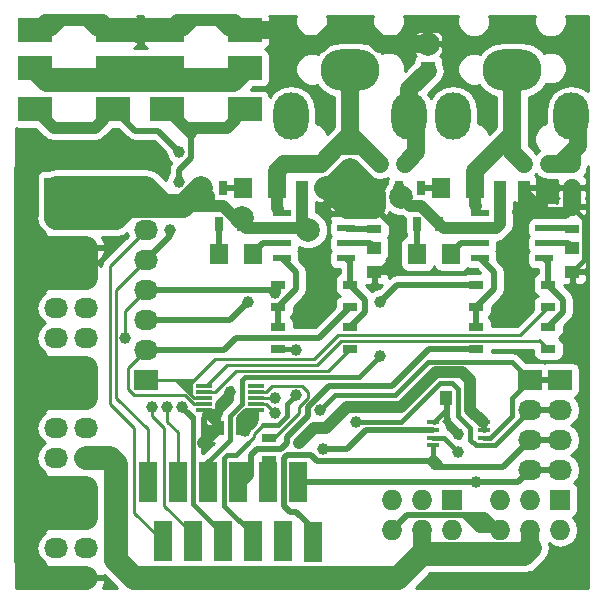
<source format=gtl>
G04 #@! TF.FileFunction,Copper,L1,Top,Signal*
%FSLAX46Y46*%
G04 Gerber Fmt 4.6, Leading zero omitted, Abs format (unit mm)*
G04 Created by KiCad (PCBNEW 4.0.0-2.201512091501+6195~38~ubuntu14.04.1-stable) date Wed 16 Dec 2015 16:04:53 GMT*
%MOMM*%
G01*
G04 APERTURE LIST*
%ADD10C,0.100000*%
%ADD11R,1.000000X1.000000*%
%ADD12R,1.597660X1.800860*%
%ADD13R,1.727200X1.727200*%
%ADD14O,1.727200X1.727200*%
%ADD15O,3.000000X4.000000*%
%ADD16O,5.000000X3.500000*%
%ADD17R,2.032000X1.727200*%
%ADD18O,2.032000X1.727200*%
%ADD19R,1.100000X0.400000*%
%ADD20R,1.400000X0.300000*%
%ADD21R,2.850000X2.000000*%
%ADD22R,1.550000X0.600000*%
%ADD23R,1.000000X1.250000*%
%ADD24R,1.250000X1.000000*%
%ADD25R,1.300000X0.700000*%
%ADD26R,0.700000X1.300000*%
%ADD27R,1.500000X3.500000*%
%ADD28C,1.000000*%
%ADD29C,2.000000*%
%ADD30C,1.500000*%
%ADD31C,0.508000*%
%ADD32C,1.016000*%
%ADD33C,0.254000*%
%ADD34C,2.000000*%
%ADD35C,1.500000*%
%ADD36C,0.381000*%
G04 APERTURE END LIST*
D10*
D11*
X131533000Y-113284000D03*
X133643000Y-113284000D03*
X143725000Y-113284000D03*
X145835000Y-113284000D03*
D12*
X136756140Y-115316000D03*
X139595860Y-115316000D03*
X119992140Y-115316000D03*
X122831860Y-115316000D03*
X117960140Y-120904000D03*
X120799860Y-120904000D03*
X134724140Y-120904000D03*
X137563860Y-120904000D03*
D13*
X137668000Y-141732000D03*
D14*
X137668000Y-144272000D03*
X135128000Y-141732000D03*
X135128000Y-144272000D03*
X132588000Y-141732000D03*
X132588000Y-144272000D03*
D13*
X146812000Y-141732000D03*
D14*
X146812000Y-144272000D03*
X144272000Y-141732000D03*
X144272000Y-144272000D03*
X141732000Y-141732000D03*
X141732000Y-144272000D03*
D15*
X147748000Y-109276000D03*
X137748000Y-109276000D03*
D16*
X142748000Y-105376000D03*
D15*
X134032000Y-109276000D03*
X124032000Y-109276000D03*
D16*
X129032000Y-105376000D03*
D17*
X146812000Y-131572000D03*
D18*
X146812000Y-134112000D03*
X146812000Y-136652000D03*
X146812000Y-139192000D03*
D19*
X136026000Y-135169000D03*
X136026000Y-135819000D03*
X136026000Y-136469000D03*
X136026000Y-137119000D03*
X140326000Y-137119000D03*
X140326000Y-136469000D03*
X140326000Y-135819000D03*
X140326000Y-135169000D03*
D20*
X121072000Y-134096000D03*
X121072000Y-133596000D03*
X121072000Y-133096000D03*
X121072000Y-132596000D03*
X121072000Y-132096000D03*
X116672000Y-132096000D03*
X116672000Y-132596000D03*
X116672000Y-133096000D03*
X116672000Y-133596000D03*
X116672000Y-134096000D03*
D21*
X120165000Y-101956000D03*
X120165000Y-105156000D03*
X120165000Y-108656000D03*
X113515000Y-101956000D03*
X113515000Y-105156000D03*
X113515000Y-108656000D03*
X108989000Y-101956000D03*
X108989000Y-105156000D03*
X108989000Y-108656000D03*
X102339000Y-101956000D03*
X102339000Y-105156000D03*
X102339000Y-108656000D03*
D22*
X145448000Y-121285000D03*
X145448000Y-120015000D03*
X145448000Y-118745000D03*
X145448000Y-117475000D03*
X140048000Y-117475000D03*
X140048000Y-118745000D03*
X140048000Y-120015000D03*
X140048000Y-121285000D03*
X128684000Y-121285000D03*
X128684000Y-120015000D03*
X128684000Y-118745000D03*
X128684000Y-117475000D03*
X123284000Y-117475000D03*
X123284000Y-118745000D03*
X123284000Y-120015000D03*
X123284000Y-121285000D03*
D23*
X139176000Y-133096000D03*
X137176000Y-133096000D03*
D24*
X147828000Y-122412000D03*
X147828000Y-120412000D03*
X131064000Y-122412000D03*
X131064000Y-120412000D03*
D23*
X143748000Y-115316000D03*
X141748000Y-115316000D03*
X126984000Y-115316000D03*
X124984000Y-115316000D03*
D24*
X147828000Y-115300000D03*
X147828000Y-113300000D03*
X135636000Y-103140000D03*
X135636000Y-105140000D03*
D23*
X117872000Y-135636000D03*
X119872000Y-135636000D03*
D25*
X139700000Y-125410000D03*
X139700000Y-123510000D03*
X145796000Y-128966000D03*
X145796000Y-127066000D03*
X122936000Y-125410000D03*
X122936000Y-123510000D03*
X129032000Y-128966000D03*
X129032000Y-127066000D03*
X139700000Y-128966000D03*
X139700000Y-127066000D03*
X145796000Y-123510000D03*
X145796000Y-125410000D03*
X122936000Y-128966000D03*
X122936000Y-127066000D03*
X129032000Y-123510000D03*
X129032000Y-125410000D03*
X147828000Y-116906000D03*
X147828000Y-118806000D03*
X131064000Y-116906000D03*
X131064000Y-118806000D03*
D26*
X134686000Y-118364000D03*
X136586000Y-118364000D03*
X117922000Y-118364000D03*
X119822000Y-118364000D03*
X135062000Y-115316000D03*
X133162000Y-115316000D03*
X118298000Y-115316000D03*
X116398000Y-115316000D03*
D25*
X122174000Y-138364000D03*
X122174000Y-136464000D03*
D27*
X111887000Y-140248000D03*
X113157000Y-145248000D03*
X114427000Y-140248000D03*
X115697000Y-145248000D03*
X116967000Y-140248000D03*
X118237000Y-145248000D03*
X119507000Y-140248000D03*
X120777000Y-145248000D03*
X122047000Y-140208000D03*
X123317000Y-145248000D03*
X124587000Y-140208000D03*
X125857000Y-145288000D03*
D17*
X104140000Y-115316000D03*
D18*
X104140000Y-117856000D03*
X104140000Y-120396000D03*
X104140000Y-122936000D03*
X104140000Y-125476000D03*
X104140000Y-128016000D03*
X104140000Y-130556000D03*
X104140000Y-133096000D03*
X104140000Y-135636000D03*
X104140000Y-138176000D03*
X104140000Y-140716000D03*
X104140000Y-143256000D03*
X104140000Y-145796000D03*
X104140000Y-148336000D03*
D17*
X106680000Y-115316000D03*
D18*
X106680000Y-117856000D03*
X106680000Y-120396000D03*
X106680000Y-122936000D03*
X106680000Y-125476000D03*
X106680000Y-128016000D03*
X106680000Y-130556000D03*
X106680000Y-133096000D03*
X106680000Y-135636000D03*
X106680000Y-138176000D03*
X106680000Y-140716000D03*
X106680000Y-143256000D03*
X106680000Y-145796000D03*
X106680000Y-148336000D03*
D17*
X111760000Y-131572000D03*
D18*
X111760000Y-129032000D03*
X111760000Y-126492000D03*
X111760000Y-123952000D03*
X111760000Y-121412000D03*
X111760000Y-118872000D03*
D17*
X144272000Y-131572000D03*
D18*
X144272000Y-134112000D03*
X144272000Y-136652000D03*
X144272000Y-139192000D03*
D28*
X120142000Y-135890000D03*
D29*
X105664000Y-106172000D03*
X102339000Y-105156000D03*
D28*
X124714000Y-136906000D03*
X118872000Y-132588000D03*
X116586000Y-136906000D03*
X131064000Y-122412000D03*
X138176000Y-136144000D03*
D29*
X135636000Y-103140000D03*
X143764000Y-117348000D03*
X109220000Y-112776000D03*
X111252000Y-102108000D03*
X129032000Y-113792000D03*
X119888000Y-117856000D03*
X133350000Y-116078000D03*
X125476000Y-118872000D03*
D30*
X146796000Y-113300000D03*
D28*
X126746000Y-137414000D03*
X113792000Y-118872000D03*
X113538000Y-133858000D03*
X112268000Y-133858000D03*
X131572000Y-124968000D03*
X131572000Y-129540000D03*
X120396000Y-124968000D03*
X109982000Y-128016000D03*
X122682000Y-124206000D03*
X114808000Y-133858000D03*
X124460000Y-132842000D03*
X124460000Y-129032000D03*
X138176000Y-137668000D03*
X139700000Y-140208000D03*
X114554000Y-112268000D03*
X114554000Y-114808000D03*
X129540000Y-135128000D03*
X122682000Y-133096000D03*
X122682000Y-134366000D03*
X126492000Y-134112000D03*
D31*
X121031000Y-134493000D02*
X121031000Y-135001000D01*
X121031000Y-135001000D02*
X120142000Y-135890000D01*
X120142000Y-135890000D02*
X119872000Y-135636000D01*
X121031000Y-134493000D02*
X120269000Y-134493000D01*
D32*
X119872000Y-134890000D02*
X119872000Y-135636000D01*
X120269000Y-134493000D02*
X119872000Y-134890000D01*
X119872000Y-135636000D02*
X119888000Y-135636000D01*
D31*
X119888000Y-135636000D02*
X121031000Y-134493000D01*
X121031000Y-134493000D02*
X121072000Y-134452000D01*
X121072000Y-134452000D02*
X121072000Y-134366000D01*
D33*
X121072000Y-134366000D02*
X121072000Y-134366000D01*
X121072000Y-134366000D02*
X120142000Y-134366000D01*
X119872000Y-135636000D02*
X120650000Y-135636000D01*
X120650000Y-135636000D02*
X121072000Y-135214000D01*
X121072000Y-135214000D02*
X121072000Y-134366000D01*
X121072000Y-134366000D02*
X121072000Y-134096000D01*
X119872000Y-135636000D02*
X119872000Y-134636000D01*
X119872000Y-134636000D02*
X120142000Y-134366000D01*
X120142000Y-134366000D02*
X120412000Y-134096000D01*
X120412000Y-134096000D02*
X121072000Y-134096000D01*
D34*
X107973000Y-106172000D02*
X105664000Y-106172000D01*
X105664000Y-106172000D02*
X103355000Y-106172000D01*
X103355000Y-106172000D02*
X102339000Y-105156000D01*
X114531000Y-106172000D02*
X107973000Y-106172000D01*
X108989000Y-105156000D02*
X107973000Y-106172000D01*
X113515000Y-105156000D02*
X108989000Y-105156000D01*
X120165000Y-105156000D02*
X119149000Y-106172000D01*
X114531000Y-106172000D02*
X113515000Y-105156000D01*
X119149000Y-106172000D02*
X114531000Y-106172000D01*
D32*
X124714000Y-136906000D02*
X125984000Y-135636000D01*
X139176000Y-133096000D02*
X139176000Y-131556000D01*
D34*
X135128000Y-146304000D02*
X143764000Y-146304000D01*
D35*
X144272000Y-145796000D02*
X144272000Y-144272000D01*
D34*
X143764000Y-146304000D02*
X144272000Y-145796000D01*
X106680000Y-138176000D02*
X108712000Y-138176000D01*
X108712000Y-138176000D02*
X109220000Y-138684000D01*
X109220000Y-138684000D02*
X109220000Y-146812000D01*
X109220000Y-146812000D02*
X110744000Y-148336000D01*
X110744000Y-148336000D02*
X133096000Y-148336000D01*
X133096000Y-148336000D02*
X135128000Y-146304000D01*
D35*
X135128000Y-146304000D02*
X135128000Y-144272000D01*
D33*
X121072000Y-134096000D02*
X120904000Y-134096000D01*
X119872000Y-135636000D02*
X120142000Y-135890000D01*
X121072000Y-134096000D02*
X120412000Y-134096000D01*
X119872000Y-135144000D02*
X119872000Y-135636000D01*
D32*
X139176000Y-134096000D02*
X139176000Y-133096000D01*
X140249000Y-135169000D02*
X139176000Y-134096000D01*
D36*
X140326000Y-135169000D02*
X140249000Y-135169000D01*
X140326000Y-135819000D02*
X140326000Y-135169000D01*
D32*
X128778000Y-133858000D02*
X128733954Y-133890300D01*
X138493502Y-130873502D02*
X136334498Y-130873502D01*
X136334498Y-130873502D02*
X133350000Y-133858000D01*
X133350000Y-133858000D02*
X128778000Y-133858000D01*
X128733954Y-133890300D02*
X126988254Y-135636000D01*
X125984000Y-135636000D02*
X126988254Y-135636000D01*
X139176000Y-131556000D02*
X138493502Y-130873502D01*
D33*
X117356000Y-135120000D02*
X117364000Y-135120000D01*
X117364000Y-135120000D02*
X117618000Y-134866000D01*
X117102000Y-134866000D02*
X117618000Y-134866000D01*
X117618000Y-134866000D02*
X117872000Y-134866000D01*
X117872000Y-134866000D02*
X117864000Y-134874000D01*
X117864000Y-134874000D02*
X117856000Y-134874000D01*
X117856000Y-134874000D02*
X117872000Y-134874000D01*
X116848000Y-134612000D02*
X117872000Y-134612000D01*
X117856000Y-134620000D02*
X117872000Y-134620000D01*
X117864000Y-134620000D02*
X117856000Y-134620000D01*
X117872000Y-134612000D02*
X117864000Y-134620000D01*
X117872000Y-134112000D02*
X117602000Y-134112000D01*
X117602000Y-134112000D02*
X117348000Y-134366000D01*
X116672000Y-134366000D02*
X117348000Y-134366000D01*
X117348000Y-134366000D02*
X117872000Y-134366000D01*
X117872000Y-134366000D02*
X117856000Y-134366000D01*
X117856000Y-134366000D02*
X117872000Y-134366000D01*
X116672000Y-134096000D02*
X116672000Y-134366000D01*
X116672000Y-134366000D02*
X116672000Y-134436000D01*
X116672000Y-134436000D02*
X116848000Y-134612000D01*
X116848000Y-134612000D02*
X117102000Y-134866000D01*
X117102000Y-134866000D02*
X117356000Y-135120000D01*
X117356000Y-135120000D02*
X117872000Y-135636000D01*
X116672000Y-134096000D02*
X117586000Y-134096000D01*
X117856000Y-133858000D02*
X117872000Y-133858000D01*
X117872000Y-133842000D02*
X117856000Y-133858000D01*
X117872000Y-133810000D02*
X117872000Y-133842000D01*
X117586000Y-134096000D02*
X117872000Y-133810000D01*
D31*
X117872000Y-133588000D02*
X117872000Y-133858000D01*
X118872000Y-132588000D02*
X117872000Y-133588000D01*
X117872000Y-133858000D02*
X117872000Y-134112000D01*
X117872000Y-134112000D02*
X117872000Y-134366000D01*
X117872000Y-134366000D02*
X117872000Y-134620000D01*
X117872000Y-134620000D02*
X117872000Y-134874000D01*
X117872000Y-134874000D02*
X117872000Y-135636000D01*
D32*
X116602000Y-136906000D02*
X117872000Y-135636000D01*
X116602000Y-136906000D02*
X116586000Y-136906000D01*
D31*
X131588000Y-122412000D02*
X131064000Y-122412000D01*
D36*
X147828000Y-122412000D02*
X148844000Y-121396000D01*
X148844000Y-121396000D02*
X148844000Y-117922000D01*
X148844000Y-117922000D02*
X147828000Y-116906000D01*
X137176000Y-134096000D02*
X137176000Y-135144000D01*
X137176000Y-135144000D02*
X138176000Y-136144000D01*
D35*
X135620000Y-103124000D02*
X135636000Y-103140000D01*
D32*
X143748000Y-115316000D02*
X143748000Y-117332000D01*
X143748000Y-117332000D02*
X143764000Y-117348000D01*
X143748000Y-117332000D02*
X143764000Y-117348000D01*
X143764000Y-117348000D02*
X143764000Y-115332000D01*
X143764000Y-115332000D02*
X143748000Y-115316000D01*
X143764000Y-115332000D02*
X143748000Y-115316000D01*
X143891000Y-117475000D02*
X145448000Y-117475000D01*
X143764000Y-117348000D02*
X143891000Y-117475000D01*
D35*
X120165000Y-101956000D02*
X123292000Y-101956000D01*
X131572000Y-103124000D02*
X135620000Y-103124000D01*
X130556000Y-102108000D02*
X131572000Y-103124000D01*
X127508000Y-102108000D02*
X130556000Y-102108000D01*
X126492000Y-103124000D02*
X127508000Y-102108000D01*
X124460000Y-103124000D02*
X126492000Y-103124000D01*
X123292000Y-101956000D02*
X124460000Y-103124000D01*
D31*
X131588000Y-122412000D02*
X133096000Y-120904000D01*
X133096000Y-120904000D02*
X133096000Y-118938000D01*
X133096000Y-118938000D02*
X131064000Y-116906000D01*
D34*
X104140000Y-143256000D02*
X103632000Y-143256000D01*
X103632000Y-143256000D02*
X101600000Y-141224000D01*
X101600000Y-139192000D02*
X101600000Y-141224000D01*
X101600000Y-141224000D02*
X101600000Y-144780000D01*
X101600000Y-130048000D02*
X101600000Y-130556000D01*
X101600000Y-130556000D02*
X104140000Y-133096000D01*
X101600000Y-129032000D02*
X101600000Y-130048000D01*
X101600000Y-130048000D02*
X101600000Y-134620000D01*
X101600000Y-121412000D02*
X102616000Y-121412000D01*
X102616000Y-121412000D02*
X104140000Y-122936000D01*
X101600000Y-118872000D02*
X101600000Y-121412000D01*
X101600000Y-121412000D02*
X101600000Y-124460000D01*
X104140000Y-120396000D02*
X103124000Y-120396000D01*
X102616000Y-112776000D02*
X109220000Y-112776000D01*
X101600000Y-113792000D02*
X102616000Y-112776000D01*
X101600000Y-118872000D02*
X101600000Y-113792000D01*
X103124000Y-120396000D02*
X101600000Y-118872000D01*
X104140000Y-140716000D02*
X106680000Y-143256000D01*
X104140000Y-140716000D02*
X104140000Y-143256000D01*
X104140000Y-130556000D02*
X106680000Y-133096000D01*
X104140000Y-130556000D02*
X104140000Y-133096000D01*
X104140000Y-120396000D02*
X106680000Y-122936000D01*
X104140000Y-120396000D02*
X104140000Y-122936000D01*
X106680000Y-120396000D02*
X104140000Y-120396000D01*
X106680000Y-122936000D02*
X106680000Y-120396000D01*
X104140000Y-122936000D02*
X106680000Y-122936000D01*
X104140000Y-130556000D02*
X103124000Y-130556000D01*
X101600000Y-129032000D02*
X101600000Y-124460000D01*
X103124000Y-130556000D02*
X101600000Y-129032000D01*
X101600000Y-124460000D02*
X103124000Y-122936000D01*
X103124000Y-122936000D02*
X104140000Y-122936000D01*
X106680000Y-130556000D02*
X104140000Y-130556000D01*
X106680000Y-133096000D02*
X106680000Y-130556000D01*
X104140000Y-133096000D02*
X106680000Y-133096000D01*
X104140000Y-140716000D02*
X103124000Y-140716000D01*
X101600000Y-139192000D02*
X101600000Y-134620000D01*
X103124000Y-140716000D02*
X101600000Y-139192000D01*
X101600000Y-134620000D02*
X103124000Y-133096000D01*
X103124000Y-133096000D02*
X104140000Y-133096000D01*
X106680000Y-140716000D02*
X104140000Y-140716000D01*
X106680000Y-143256000D02*
X106680000Y-140716000D01*
X104140000Y-143256000D02*
X106680000Y-143256000D01*
X104140000Y-148336000D02*
X103124000Y-148336000D01*
X101600000Y-146812000D02*
X101600000Y-144780000D01*
X103124000Y-148336000D02*
X101600000Y-146812000D01*
X101600000Y-144780000D02*
X103124000Y-143256000D01*
X103124000Y-143256000D02*
X104140000Y-143256000D01*
X106680000Y-148336000D02*
X104140000Y-148336000D01*
D32*
X120165000Y-101956000D02*
X118720000Y-101956000D01*
X118720000Y-101956000D02*
X117856000Y-101092000D01*
X113515000Y-101956000D02*
X114960000Y-101956000D01*
X114960000Y-101956000D02*
X115824000Y-101092000D01*
D34*
X111252000Y-102108000D02*
X111252000Y-101956000D01*
X111252000Y-101956000D02*
X111252000Y-102108000D01*
X111252000Y-102108000D02*
X111252000Y-101956000D01*
D32*
X102339000Y-101956000D02*
X103784000Y-101956000D01*
X103784000Y-101956000D02*
X104648000Y-101092000D01*
X108989000Y-101956000D02*
X107544000Y-101956000D01*
X107544000Y-101956000D02*
X106680000Y-101092000D01*
X113515000Y-101956000D02*
X114379000Y-101092000D01*
X114379000Y-101092000D02*
X115824000Y-101092000D01*
X115824000Y-101092000D02*
X117856000Y-101092000D01*
X117856000Y-101092000D02*
X119301000Y-101092000D01*
X119301000Y-101092000D02*
X120165000Y-101956000D01*
D34*
X108989000Y-101956000D02*
X111252000Y-101956000D01*
X111252000Y-101956000D02*
X113515000Y-101956000D01*
D32*
X102339000Y-101956000D02*
X103203000Y-101092000D01*
X103203000Y-101092000D02*
X104648000Y-101092000D01*
X104648000Y-101092000D02*
X106680000Y-101092000D01*
X106680000Y-101092000D02*
X108125000Y-101092000D01*
X108125000Y-101092000D02*
X108989000Y-101956000D01*
D34*
X131064000Y-116906000D02*
X129606000Y-116906000D01*
X131064000Y-116906000D02*
X131064000Y-115824000D01*
X127762000Y-115316000D02*
X126984000Y-115316000D01*
D33*
X116672000Y-134096000D02*
X116840000Y-134096000D01*
X117872000Y-135144000D02*
X117872000Y-135636000D01*
D32*
X126984000Y-115775000D02*
X128684000Y-117475000D01*
X126984000Y-115316000D02*
X126984000Y-115775000D01*
X143748000Y-115775000D02*
X143748000Y-115316000D01*
X145448000Y-117475000D02*
X143748000Y-115775000D01*
X147259000Y-117475000D02*
X145448000Y-117475000D01*
X147828000Y-116906000D02*
X147259000Y-117475000D01*
X130495000Y-117475000D02*
X128684000Y-117475000D01*
X131064000Y-116906000D02*
X130495000Y-117475000D01*
D35*
X147828000Y-116906000D02*
X147828000Y-115300000D01*
D36*
X137176000Y-134096000D02*
X137176000Y-133096000D01*
X136103000Y-135169000D02*
X137176000Y-134096000D01*
D34*
X127762000Y-115062000D02*
X127762000Y-115316000D01*
X129606000Y-116906000D02*
X127762000Y-115062000D01*
X131064000Y-115824000D02*
X129032000Y-113792000D01*
X127508000Y-115316000D02*
X127762000Y-115316000D01*
X129032000Y-113792000D02*
X127508000Y-115316000D01*
D32*
X117094000Y-116012000D02*
X117094000Y-116840000D01*
X119888000Y-117856000D02*
X119822000Y-117922000D01*
X119822000Y-117922000D02*
X119822000Y-118364000D01*
X116398000Y-115316000D02*
X117094000Y-116012000D01*
X117094000Y-116840000D02*
X114874000Y-116840000D01*
D34*
X106680000Y-117856000D02*
X109220000Y-115316000D01*
X106680000Y-117856000D02*
X109220000Y-117856000D01*
X109220000Y-117856000D02*
X110236000Y-116840000D01*
X104140000Y-115316000D02*
X106680000Y-117856000D01*
X106680000Y-117856000D02*
X106680000Y-117856000D01*
X106680000Y-117856000D02*
X106680000Y-115316000D01*
X104140000Y-117856000D02*
X106680000Y-117856000D01*
X104140000Y-117856000D02*
X104140000Y-115316000D01*
X116398000Y-115316000D02*
X114874000Y-116840000D01*
X108712000Y-115316000D02*
X104140000Y-115316000D01*
D32*
X124587000Y-118745000D02*
X125349000Y-118745000D01*
X119822000Y-118364000D02*
X118298000Y-116840000D01*
X118298000Y-116840000D02*
X117094000Y-116840000D01*
X136586000Y-118364000D02*
X135062000Y-116840000D01*
X135062000Y-116840000D02*
X134112000Y-116840000D01*
X134112000Y-116840000D02*
X133350000Y-116078000D01*
X133350000Y-116078000D02*
X133162000Y-115890000D01*
X133162000Y-115890000D02*
X133162000Y-115316000D01*
D31*
X141732000Y-144272000D02*
X139954000Y-144272000D01*
X140716000Y-144018000D02*
X140716000Y-143764000D01*
X140716000Y-143764000D02*
X141224000Y-144272000D01*
X139700000Y-143002000D02*
X140716000Y-144018000D01*
X139192000Y-143002000D02*
X140208000Y-144018000D01*
X140208000Y-144018000D02*
X140970000Y-144018000D01*
X140970000Y-144018000D02*
X141732000Y-144272000D01*
X139954000Y-144272000D02*
X138684000Y-143002000D01*
X138684000Y-143002000D02*
X139192000Y-143002000D01*
X139192000Y-143002000D02*
X138938000Y-143002000D01*
X140462000Y-143002000D02*
X140462000Y-143764000D01*
X140462000Y-143764000D02*
X139954000Y-144272000D01*
X141732000Y-144272000D02*
X140462000Y-143002000D01*
X133858000Y-143002000D02*
X132588000Y-144272000D01*
X138938000Y-143002000D02*
X133858000Y-143002000D01*
X140462000Y-143002000D02*
X139954000Y-143002000D01*
X139954000Y-143002000D02*
X138938000Y-143002000D01*
D32*
X124587000Y-118745000D02*
X124984000Y-118348000D01*
X123284000Y-118745000D02*
X124587000Y-118745000D01*
X136967000Y-118745000D02*
X136586000Y-118364000D01*
X140048000Y-118745000D02*
X136967000Y-118745000D01*
X141748000Y-118348000D02*
X141351000Y-118745000D01*
X141351000Y-118745000D02*
X140048000Y-118745000D01*
X141748000Y-115316000D02*
X141748000Y-118348000D01*
D34*
X108712000Y-115824000D02*
X108712000Y-115316000D01*
X109220000Y-115316000D02*
X108712000Y-115824000D01*
X110236000Y-116840000D02*
X113284000Y-116840000D01*
X114874000Y-116840000D02*
X113284000Y-116840000D01*
X111760000Y-115316000D02*
X108712000Y-115316000D01*
X113284000Y-116840000D02*
X111760000Y-115316000D01*
D32*
X125349000Y-118745000D02*
X125476000Y-118872000D01*
X124984000Y-118348000D02*
X124984000Y-118380000D01*
X125476000Y-118872000D02*
X124984000Y-118380000D01*
X124984000Y-118348000D02*
X124984000Y-115316000D01*
X120203000Y-118745000D02*
X119822000Y-118364000D01*
X123284000Y-118745000D02*
X120203000Y-118745000D01*
D35*
X148336000Y-109864000D02*
X147748000Y-109276000D01*
X147828000Y-112268000D02*
X148336000Y-111760000D01*
X148336000Y-111760000D02*
X148336000Y-109864000D01*
X147828000Y-113300000D02*
X147828000Y-112268000D01*
X146812000Y-113300000D02*
X147828000Y-113300000D01*
X145851000Y-113300000D02*
X146812000Y-113300000D01*
X145835000Y-113284000D02*
X145851000Y-113300000D01*
X146796000Y-113300000D02*
X146812000Y-113284000D01*
X146812000Y-113284000D02*
X146812000Y-113300000D01*
X147828000Y-112268000D02*
X146796000Y-113300000D01*
X133643000Y-113284000D02*
X134620000Y-112307000D01*
X134620000Y-112307000D02*
X134620000Y-109864000D01*
X134032000Y-106994000D02*
X135636000Y-105390000D01*
X134032000Y-109276000D02*
X134032000Y-106994000D01*
D31*
X140048000Y-117475000D02*
X139700000Y-117127000D01*
D35*
X142748000Y-105376000D02*
X142748000Y-110744000D01*
X142748000Y-112307000D02*
X142748000Y-110744000D01*
X143725000Y-113284000D02*
X142748000Y-112307000D01*
D32*
X139595860Y-116735860D02*
X139595860Y-115316000D01*
D31*
X139700000Y-117127000D02*
X139700000Y-116840000D01*
D32*
X139700000Y-116840000D02*
X139595860Y-116735860D01*
D35*
X139595860Y-113896140D02*
X139595860Y-115316000D01*
X142748000Y-110744000D02*
X139595860Y-113896140D01*
X128035500Y-111779500D02*
X130028500Y-111779500D01*
X129540000Y-111760000D02*
X129540000Y-111291000D01*
X130009000Y-111760000D02*
X129540000Y-111760000D01*
X130028500Y-111779500D02*
X130009000Y-111760000D01*
X131533000Y-113284000D02*
X129540000Y-111291000D01*
X129540000Y-111291000D02*
X129032000Y-110783000D01*
X129032000Y-110783000D02*
X129032000Y-105376000D01*
X126531000Y-113284000D02*
X128035500Y-111779500D01*
X128035500Y-111779500D02*
X129032000Y-110783000D01*
D31*
X123284000Y-117475000D02*
X122936000Y-117127000D01*
D35*
X123444000Y-113284000D02*
X126531000Y-113284000D01*
D32*
X122936000Y-117127000D02*
X122831860Y-117022860D01*
D35*
X122831860Y-113896140D02*
X123444000Y-113284000D01*
X122831860Y-115316000D02*
X122831860Y-113896140D01*
D32*
X122831860Y-117022860D02*
X122831860Y-115316000D01*
D31*
X136026000Y-135819000D02*
X130373000Y-135819000D01*
X128778000Y-137414000D02*
X126746000Y-137414000D01*
X130373000Y-135819000D02*
X128778000Y-137414000D01*
X111760000Y-121412000D02*
X113792000Y-119380000D01*
X113792000Y-119380000D02*
X113792000Y-118872000D01*
D33*
X111760000Y-121412000D02*
X109220000Y-123952000D01*
X109220000Y-133096000D02*
X111887000Y-135763000D01*
X109220000Y-123952000D02*
X109220000Y-133096000D01*
X111887000Y-140248000D02*
X111887000Y-135763000D01*
X111760000Y-118872000D02*
X108712000Y-121920000D01*
X113157000Y-145248000D02*
X110744000Y-142835000D01*
X110744000Y-135636000D02*
X108712000Y-133604000D01*
X110744000Y-142835000D02*
X110744000Y-135636000D01*
X108712000Y-121920000D02*
X108712000Y-133604000D01*
X113538000Y-133858000D02*
X113538000Y-134112000D01*
X113538000Y-135128000D02*
X113538000Y-134112000D01*
X113538000Y-134112000D02*
X113538000Y-133858000D01*
X114427000Y-140248000D02*
X114427000Y-136017000D01*
X114427000Y-136017000D02*
X113538000Y-135128000D01*
X112268000Y-134620000D02*
X112268000Y-133858000D01*
X115697000Y-145248000D02*
X115697000Y-144653000D01*
X115697000Y-144653000D02*
X113284000Y-142240000D01*
X113284000Y-142240000D02*
X113284000Y-135636000D01*
X113284000Y-135636000D02*
X112268000Y-134620000D01*
D31*
X139700000Y-123510000D02*
X133030000Y-123510000D01*
X139700000Y-123510000D02*
X139380000Y-123510000D01*
X133030000Y-123510000D02*
X131572000Y-124968000D01*
D36*
X119888000Y-131572000D02*
X119888000Y-133604000D01*
X119888000Y-133604000D02*
X118872000Y-134620000D01*
D31*
X111760000Y-126492000D02*
X118872000Y-126492000D01*
X118872000Y-126492000D02*
X120396000Y-124968000D01*
D36*
X120142000Y-131318000D02*
X129794000Y-131318000D01*
X129794000Y-131318000D02*
X131572000Y-129540000D01*
D31*
X116967000Y-138557000D02*
X116967000Y-140248000D01*
D36*
X116967000Y-138557000D02*
X116967000Y-140248000D01*
X120142000Y-131318000D02*
X119888000Y-131572000D01*
X118872000Y-134620000D02*
X118872000Y-136652000D01*
X118872000Y-136652000D02*
X116967000Y-138557000D01*
D31*
X122936000Y-123510000D02*
X122494000Y-123952000D01*
D36*
X122936000Y-123952000D02*
X122936000Y-123510000D01*
D33*
X109982000Y-128016000D02*
X109982000Y-125730000D01*
X109982000Y-125730000D02*
X111760000Y-123952000D01*
D31*
X122494000Y-123952000D02*
X111760000Y-123952000D01*
D36*
X115697000Y-142113000D02*
X115697000Y-134747000D01*
X122682000Y-124206000D02*
X122936000Y-123952000D01*
X115697000Y-134747000D02*
X114808000Y-133858000D01*
X118237000Y-145248000D02*
X118237000Y-144653000D01*
X118237000Y-144653000D02*
X115697000Y-142113000D01*
X115697000Y-142113000D02*
X115697000Y-134874000D01*
X115697000Y-134874000D02*
X114554000Y-133731000D01*
D31*
X135702000Y-128966000D02*
X139700000Y-128966000D01*
X135702000Y-128966000D02*
X132588000Y-132080000D01*
X125476000Y-133858000D02*
X125476000Y-134620000D01*
X132588000Y-132080000D02*
X127254000Y-132080000D01*
X127254000Y-132080000D02*
X125476000Y-133858000D01*
X125476000Y-134620000D02*
X123698000Y-136398000D01*
X123698000Y-136906000D02*
X123698000Y-136398000D01*
X120650000Y-137922000D02*
X121158000Y-137414000D01*
X121158000Y-137414000D02*
X123190000Y-137414000D01*
X123190000Y-137414000D02*
X123698000Y-136906000D01*
D36*
X120269000Y-138811000D02*
X120396000Y-138938000D01*
X120396000Y-138938000D02*
X120396000Y-139954000D01*
X120650000Y-138430000D02*
X120269000Y-138811000D01*
X120269000Y-138811000D02*
X119507000Y-139573000D01*
X119507000Y-139573000D02*
X119507000Y-140248000D01*
D31*
X119507000Y-140248000D02*
X120102000Y-140248000D01*
X120102000Y-140248000D02*
X120396000Y-139954000D01*
X120396000Y-139954000D02*
X120650000Y-139700000D01*
X120650000Y-139700000D02*
X120650000Y-138430000D01*
X119507000Y-140248000D02*
X119507000Y-138811000D01*
X120650000Y-138430000D02*
X120650000Y-137922000D01*
D36*
X119380000Y-137922000D02*
X120396000Y-136906000D01*
X119380000Y-137922000D02*
X118618000Y-137922000D01*
X120777000Y-144653000D02*
X118364000Y-142240000D01*
X118364000Y-142240000D02*
X118364000Y-138176000D01*
X118364000Y-138176000D02*
X118618000Y-137922000D01*
D33*
X121666000Y-135382000D02*
X120904000Y-136144000D01*
D36*
X123698000Y-133604000D02*
X123698000Y-134620000D01*
X121666000Y-135382000D02*
X122936000Y-135382000D01*
X122936000Y-135382000D02*
X123698000Y-134620000D01*
X124460000Y-132842000D02*
X123698000Y-133604000D01*
X124394000Y-128966000D02*
X122936000Y-128966000D01*
X124394000Y-128966000D02*
X124460000Y-129032000D01*
D33*
X120904000Y-136144000D02*
X120904000Y-136398000D01*
X120396000Y-136906000D02*
X120904000Y-136398000D01*
D36*
X120777000Y-145248000D02*
X120777000Y-144653000D01*
X120777000Y-145248000D02*
X120777000Y-144145000D01*
D31*
X122174000Y-140081000D02*
X122047000Y-140208000D01*
X122174000Y-138364000D02*
X122174000Y-140081000D01*
X139700000Y-140208000D02*
X124587000Y-140208000D01*
X143256000Y-140208000D02*
X139700000Y-140208000D01*
X144272000Y-139192000D02*
X143256000Y-140208000D01*
X146812000Y-139192000D02*
X144272000Y-139192000D01*
D36*
X136977000Y-136469000D02*
X136026000Y-136469000D01*
X138176000Y-137668000D02*
X136977000Y-136469000D01*
X136017000Y-138811000D02*
X136017000Y-138049000D01*
X136017000Y-138049000D02*
X136026000Y-138040000D01*
D31*
X135636000Y-138430000D02*
X136017000Y-138811000D01*
X136017000Y-138811000D02*
X136144000Y-138938000D01*
X135636000Y-138430000D02*
X126238000Y-138430000D01*
X124460000Y-142748000D02*
X123952000Y-142748000D01*
X123952000Y-142748000D02*
X123444000Y-142240000D01*
X123444000Y-142240000D02*
X123444000Y-138176000D01*
X123444000Y-138176000D02*
X123698000Y-137922000D01*
X123698000Y-137922000D02*
X125730000Y-137922000D01*
X125730000Y-137922000D02*
X126238000Y-138430000D01*
X124460000Y-142748000D02*
X125857000Y-144145000D01*
X125857000Y-145288000D02*
X125857000Y-144145000D01*
X146812000Y-136652000D02*
X144272000Y-136652000D01*
X136906000Y-138938000D02*
X136144000Y-138938000D01*
X141986000Y-138938000D02*
X144272000Y-136652000D01*
X141986000Y-138938000D02*
X136906000Y-138938000D01*
D36*
X136026000Y-138040000D02*
X135636000Y-138430000D01*
X136026000Y-137119000D02*
X136026000Y-138040000D01*
X136271000Y-138303000D02*
X136906000Y-138938000D01*
X136026000Y-138058000D02*
X136271000Y-138303000D01*
X136026000Y-138040000D02*
X136026000Y-138176000D01*
X136026000Y-138176000D02*
X136026000Y-138058000D01*
X136271000Y-138938000D02*
X136144000Y-138938000D01*
X136271000Y-138303000D02*
X136271000Y-138938000D01*
D32*
X102339000Y-108656000D02*
X103919000Y-110236000D01*
X107409000Y-110236000D02*
X108989000Y-108656000D01*
X103919000Y-110236000D02*
X107409000Y-110236000D01*
D31*
X110823000Y-110490000D02*
X108989000Y-108656000D01*
X112776000Y-110490000D02*
X110823000Y-110490000D01*
X114554000Y-112268000D02*
X112776000Y-110490000D01*
D32*
X115095000Y-110236000D02*
X115570000Y-110711000D01*
X120165000Y-108656000D02*
X118585000Y-110236000D01*
X118585000Y-110236000D02*
X115095000Y-110236000D01*
X113515000Y-108656000D02*
X115095000Y-110236000D01*
D31*
X115570000Y-112776000D02*
X114554000Y-113792000D01*
X115570000Y-112776000D02*
X115570000Y-110711000D01*
X114554000Y-113792000D02*
X114554000Y-114808000D01*
D33*
X115570000Y-132842000D02*
X114300000Y-131572000D01*
X114554000Y-131572000D02*
X115824000Y-131572000D01*
X114681000Y-131699000D02*
X115697000Y-131699000D01*
X115697000Y-131699000D02*
X115824000Y-131572000D01*
X115316000Y-131826000D02*
X115570000Y-132080000D01*
X115062000Y-131826000D02*
X115570000Y-132334000D01*
X115570000Y-131826000D02*
X115316000Y-131826000D01*
X115316000Y-131826000D02*
X115062000Y-131826000D01*
X115062000Y-131826000D02*
X114808000Y-131826000D01*
X111760000Y-131572000D02*
X114300000Y-131572000D01*
X114300000Y-131572000D02*
X114554000Y-131572000D01*
X114554000Y-131572000D02*
X114681000Y-131699000D01*
X114681000Y-131699000D02*
X114808000Y-131826000D01*
X114808000Y-131826000D02*
X115570000Y-132588000D01*
X115570000Y-131826000D02*
X115570000Y-132080000D01*
X115570000Y-132842000D02*
X115570000Y-132588000D01*
X116672000Y-133096000D02*
X115824000Y-133096000D01*
X115824000Y-133096000D02*
X115570000Y-132842000D01*
X115570000Y-132588000D02*
X115570000Y-132334000D01*
X115570000Y-132334000D02*
X115570000Y-132080000D01*
X115570000Y-132080000D02*
X115570000Y-131826000D01*
X125984000Y-129794000D02*
X128016000Y-127762000D01*
X143444000Y-127762000D02*
X128016000Y-127762000D01*
X145796000Y-125410000D02*
X143444000Y-127762000D01*
X115824000Y-131572000D02*
X117602000Y-129794000D01*
X117602000Y-129794000D02*
X125984000Y-129794000D01*
X115570000Y-131826000D02*
X115824000Y-131572000D01*
X116672000Y-133596000D02*
X115785182Y-133596000D01*
X110236000Y-130556000D02*
X111760000Y-129032000D01*
X110236000Y-132334000D02*
X110236000Y-130556000D01*
X110744000Y-132842000D02*
X110236000Y-132334000D01*
X115031182Y-132842000D02*
X110744000Y-132842000D01*
X115785182Y-133596000D02*
X115031182Y-132842000D01*
D31*
X129032000Y-125410000D02*
X126426000Y-128016000D01*
X118364000Y-129032000D02*
X111760000Y-129032000D01*
X119380000Y-128016000D02*
X118364000Y-129032000D01*
X126426000Y-128016000D02*
X119380000Y-128016000D01*
D36*
X138176000Y-134620000D02*
X139192000Y-135636000D01*
X133350000Y-135128000D02*
X129540000Y-135128000D01*
X138176000Y-134620000D02*
X138176000Y-132334000D01*
X138176000Y-132334000D02*
X137668000Y-131826000D01*
X137668000Y-131826000D02*
X136652000Y-131826000D01*
X136652000Y-131826000D02*
X133350000Y-135128000D01*
X139192000Y-135636000D02*
X139192000Y-136652000D01*
X139659000Y-137119000D02*
X139192000Y-136652000D01*
X140326000Y-137119000D02*
X139659000Y-137119000D01*
D33*
X122682000Y-133096000D02*
X121072000Y-133096000D01*
D31*
X146812000Y-134112000D02*
X144272000Y-134112000D01*
D36*
X140326000Y-137119000D02*
X141265000Y-137119000D01*
X141265000Y-137119000D02*
X144272000Y-134112000D01*
D33*
X121072000Y-133596000D02*
X121920000Y-133604000D01*
D36*
X136144000Y-130048000D02*
X135636000Y-130048000D01*
X135636000Y-130048000D02*
X132842000Y-132842000D01*
X142748000Y-130048000D02*
X144272000Y-131572000D01*
X136144000Y-130048000D02*
X142748000Y-130048000D01*
X127762000Y-132842000D02*
X126492000Y-134112000D01*
X132842000Y-132842000D02*
X127762000Y-132842000D01*
D33*
X121920000Y-133604000D02*
X122682000Y-134366000D01*
D31*
X144272000Y-131572000D02*
X146812000Y-131572000D01*
D36*
X140326000Y-136469000D02*
X140899000Y-136469000D01*
X142748000Y-133096000D02*
X144272000Y-131572000D01*
X141478000Y-135890000D02*
X142748000Y-134620000D01*
X142748000Y-134620000D02*
X142748000Y-133096000D01*
X140899000Y-136469000D02*
X141478000Y-135890000D01*
X144018000Y-131826000D02*
X144272000Y-131572000D01*
D31*
X141224000Y-122461000D02*
X140048000Y-121285000D01*
X141224000Y-123886000D02*
X141224000Y-122461000D01*
X139700000Y-125410000D02*
X141224000Y-123886000D01*
X139700000Y-127066000D02*
X139700000Y-125410000D01*
D33*
X118618000Y-130302000D02*
X126238000Y-130302000D01*
X126238000Y-130302000D02*
X128270000Y-128270000D01*
X128270000Y-128270000D02*
X145100000Y-128270000D01*
X145034000Y-128270000D02*
X145034000Y-128204000D01*
X145100000Y-128270000D02*
X145034000Y-128270000D01*
X116824000Y-132096000D02*
X116672000Y-132096000D01*
X116824000Y-132096000D02*
X118618000Y-130302000D01*
X145796000Y-128966000D02*
X145034000Y-128204000D01*
D31*
X145796000Y-123510000D02*
X147066000Y-124780000D01*
X147066000Y-125796000D02*
X145796000Y-127066000D01*
X147066000Y-124780000D02*
X147066000Y-125796000D01*
X145448000Y-121285000D02*
X145796000Y-121633000D01*
X145796000Y-121633000D02*
X145796000Y-123510000D01*
X124460000Y-122461000D02*
X124460000Y-123886000D01*
X123284000Y-121285000D02*
X124460000Y-122461000D01*
X122936000Y-127066000D02*
X122936000Y-125410000D01*
X124460000Y-123886000D02*
X122936000Y-125410000D01*
D33*
X119380000Y-130810000D02*
X127188000Y-130810000D01*
X127188000Y-130810000D02*
X129032000Y-128966000D01*
X119380000Y-130810000D02*
X117594000Y-132596000D01*
X117594000Y-132596000D02*
X116672000Y-132596000D01*
D31*
X129032000Y-127066000D02*
X130302000Y-125796000D01*
X130302000Y-124780000D02*
X129032000Y-123510000D01*
X130302000Y-125796000D02*
X130302000Y-124780000D01*
X128684000Y-121285000D02*
X129032000Y-121633000D01*
X129032000Y-121633000D02*
X129032000Y-123510000D01*
X147431000Y-120015000D02*
X147828000Y-120412000D01*
X145448000Y-120015000D02*
X147431000Y-120015000D01*
X130667000Y-120015000D02*
X131064000Y-120412000D01*
X128684000Y-120015000D02*
X130667000Y-120015000D01*
X140048000Y-120015000D02*
X138452860Y-120015000D01*
X138452860Y-120015000D02*
X137563860Y-120904000D01*
X134686000Y-120865860D02*
X134724140Y-120904000D01*
X134686000Y-118364000D02*
X134686000Y-120865860D01*
X121688860Y-120015000D02*
X123284000Y-120015000D01*
X121434860Y-120269000D02*
X120799860Y-120904000D01*
X120799860Y-120904000D02*
X121688860Y-120015000D01*
X117922000Y-120865860D02*
X117960140Y-120904000D01*
X117960140Y-118402140D02*
X117922000Y-118364000D01*
X117922000Y-118364000D02*
X117922000Y-120865860D01*
X135062000Y-115316000D02*
X136756140Y-115316000D01*
X119992140Y-115316000D02*
X118298000Y-115316000D01*
X147767000Y-118745000D02*
X147828000Y-118806000D01*
X145448000Y-118745000D02*
X147767000Y-118745000D01*
X128745000Y-118806000D02*
X131064000Y-118806000D01*
X128684000Y-118745000D02*
X128745000Y-118806000D01*
D33*
X122616000Y-136464000D02*
X123190000Y-135890000D01*
X122174000Y-136464000D02*
X122616000Y-136464000D01*
X124714000Y-134366000D02*
X123190000Y-135890000D01*
X125476000Y-133096000D02*
X124714000Y-133858000D01*
X124714000Y-133858000D02*
X124714000Y-134366000D01*
X125476000Y-132588000D02*
X125476000Y-133096000D01*
X122428000Y-132080000D02*
X124968000Y-132080000D01*
X124968000Y-132080000D02*
X125476000Y-132588000D01*
X121912000Y-132596000D02*
X122428000Y-132080000D01*
X121072000Y-132596000D02*
X121912000Y-132596000D01*
G36*
X149175000Y-149175000D02*
X134569240Y-149175000D01*
X135805240Y-147939000D01*
X143763995Y-147939000D01*
X143764000Y-147939001D01*
X144389688Y-147814543D01*
X144920120Y-147460120D01*
X145428119Y-146952120D01*
X145782542Y-146421688D01*
X145907000Y-145796000D01*
X145830924Y-145413544D01*
X146238511Y-145685885D01*
X146812000Y-145799959D01*
X147385489Y-145685885D01*
X147871670Y-145361029D01*
X148196526Y-144874848D01*
X148310600Y-144301359D01*
X148310600Y-144242641D01*
X148196526Y-143669152D01*
X147885426Y-143203558D01*
X147910917Y-143198762D01*
X148127041Y-143059690D01*
X148272031Y-142847490D01*
X148323040Y-142595600D01*
X148323040Y-140868400D01*
X148278762Y-140633083D01*
X148139690Y-140416959D01*
X147976212Y-140305260D01*
X148056415Y-140251670D01*
X148381271Y-139765489D01*
X148495345Y-139192000D01*
X148381271Y-138618511D01*
X148056415Y-138132330D01*
X147741634Y-137922000D01*
X148056415Y-137711670D01*
X148381271Y-137225489D01*
X148495345Y-136652000D01*
X148381271Y-136078511D01*
X148056415Y-135592330D01*
X147741634Y-135382000D01*
X148056415Y-135171670D01*
X148381271Y-134685489D01*
X148495345Y-134112000D01*
X148381271Y-133538511D01*
X148056415Y-133052330D01*
X148042087Y-133042757D01*
X148063317Y-133038762D01*
X148279441Y-132899690D01*
X148424431Y-132687490D01*
X148475440Y-132435600D01*
X148475440Y-130708400D01*
X148431162Y-130473083D01*
X148292090Y-130256959D01*
X148079890Y-130111969D01*
X147828000Y-130060960D01*
X145796000Y-130060960D01*
X145560683Y-130105238D01*
X145544901Y-130115393D01*
X145539890Y-130111969D01*
X145288000Y-130060960D01*
X143928394Y-130060960D01*
X143331717Y-129464283D01*
X143063906Y-129285337D01*
X142748000Y-129222500D01*
X140997440Y-129222500D01*
X140997440Y-129032000D01*
X144498560Y-129032000D01*
X144498560Y-129316000D01*
X144542838Y-129551317D01*
X144681910Y-129767441D01*
X144894110Y-129912431D01*
X145146000Y-129963440D01*
X146446000Y-129963440D01*
X146681317Y-129919162D01*
X146897441Y-129780090D01*
X147042431Y-129567890D01*
X147093440Y-129316000D01*
X147093440Y-128616000D01*
X147049162Y-128380683D01*
X146910090Y-128164559D01*
X146697890Y-128019569D01*
X146684803Y-128016919D01*
X146897441Y-127880090D01*
X147042431Y-127667890D01*
X147093440Y-127416000D01*
X147093440Y-127025796D01*
X147694618Y-126424618D01*
X147706096Y-126407440D01*
X147887329Y-126136206D01*
X147955000Y-125796000D01*
X147955000Y-124780000D01*
X147887329Y-124439794D01*
X147694618Y-124151382D01*
X147093440Y-123550204D01*
X147093440Y-123547000D01*
X147542250Y-123547000D01*
X147701000Y-123388250D01*
X147701000Y-122539000D01*
X147955000Y-122539000D01*
X147955000Y-123388250D01*
X148113750Y-123547000D01*
X148579310Y-123547000D01*
X148812699Y-123450327D01*
X148991327Y-123271698D01*
X149088000Y-123038309D01*
X149088000Y-122697750D01*
X148929250Y-122539000D01*
X147955000Y-122539000D01*
X147701000Y-122539000D01*
X147681000Y-122539000D01*
X147681000Y-122285000D01*
X147701000Y-122285000D01*
X147701000Y-122265000D01*
X147955000Y-122265000D01*
X147955000Y-122285000D01*
X148929250Y-122285000D01*
X149088000Y-122126250D01*
X149088000Y-121785691D01*
X148991327Y-121552302D01*
X148850090Y-121411064D01*
X148904441Y-121376090D01*
X149049431Y-121163890D01*
X149100440Y-120912000D01*
X149100440Y-119912000D01*
X149056162Y-119676683D01*
X148975947Y-119552026D01*
X149074431Y-119407890D01*
X149125440Y-119156000D01*
X149125440Y-118456000D01*
X149081162Y-118220683D01*
X148942090Y-118004559D01*
X148729890Y-117859569D01*
X148696510Y-117852809D01*
X148837699Y-117794327D01*
X149016327Y-117615698D01*
X149113000Y-117382309D01*
X149113000Y-117191750D01*
X148954250Y-117033000D01*
X147955000Y-117033000D01*
X147955000Y-117053000D01*
X147701000Y-117053000D01*
X147701000Y-117033000D01*
X147681000Y-117033000D01*
X147681000Y-116779000D01*
X147701000Y-116779000D01*
X147701000Y-115427000D01*
X147955000Y-115427000D01*
X147955000Y-116779000D01*
X148954250Y-116779000D01*
X149113000Y-116620250D01*
X149113000Y-116429691D01*
X149016327Y-116196302D01*
X148985525Y-116165500D01*
X148991327Y-116159698D01*
X149088000Y-115926309D01*
X149088000Y-115585750D01*
X148929250Y-115427000D01*
X147955000Y-115427000D01*
X147701000Y-115427000D01*
X146726750Y-115427000D01*
X146568000Y-115585750D01*
X146568000Y-115926309D01*
X146664673Y-116159698D01*
X146670475Y-116165500D01*
X146639673Y-116196302D01*
X146543000Y-116429691D01*
X146543000Y-116620230D01*
X146349309Y-116540000D01*
X145733750Y-116540000D01*
X145575000Y-116698750D01*
X145575000Y-117348000D01*
X145595000Y-117348000D01*
X145595000Y-117602000D01*
X145575000Y-117602000D01*
X145575000Y-117622000D01*
X145321000Y-117622000D01*
X145321000Y-117602000D01*
X144196750Y-117602000D01*
X144038000Y-117760750D01*
X144038000Y-117901310D01*
X144127806Y-118118122D01*
X144076569Y-118193110D01*
X144025560Y-118445000D01*
X144025560Y-119045000D01*
X144069838Y-119280317D01*
X144133678Y-119379528D01*
X144076569Y-119463110D01*
X144025560Y-119715000D01*
X144025560Y-120315000D01*
X144069838Y-120550317D01*
X144133678Y-120649528D01*
X144076569Y-120733110D01*
X144025560Y-120985000D01*
X144025560Y-121585000D01*
X144069838Y-121820317D01*
X144208910Y-122036441D01*
X144421110Y-122181431D01*
X144673000Y-122232440D01*
X144907000Y-122232440D01*
X144907000Y-122559208D01*
X144694559Y-122695910D01*
X144549569Y-122908110D01*
X144498560Y-123160000D01*
X144498560Y-123860000D01*
X144542838Y-124095317D01*
X144681910Y-124311441D01*
X144894110Y-124456431D01*
X144907197Y-124459081D01*
X144694559Y-124595910D01*
X144549569Y-124808110D01*
X144498560Y-125060000D01*
X144498560Y-125629809D01*
X143128370Y-127000000D01*
X140997440Y-127000000D01*
X140997440Y-126716000D01*
X140953162Y-126480683D01*
X140814090Y-126264559D01*
X140777453Y-126239526D01*
X140801441Y-126224090D01*
X140946431Y-126011890D01*
X140997440Y-125760000D01*
X140997440Y-125369796D01*
X141852618Y-124514618D01*
X142045329Y-124226206D01*
X142113000Y-123886000D01*
X142113000Y-122461000D01*
X142045329Y-122120794D01*
X141852618Y-121832382D01*
X141470440Y-121450204D01*
X141470440Y-120985000D01*
X141426162Y-120749683D01*
X141362322Y-120650472D01*
X141419431Y-120566890D01*
X141470440Y-120315000D01*
X141470440Y-119864242D01*
X141788407Y-119800994D01*
X142159223Y-119553223D01*
X142556223Y-119156223D01*
X142803994Y-118785407D01*
X142891000Y-118348000D01*
X142891000Y-117048690D01*
X144038000Y-117048690D01*
X144038000Y-117189250D01*
X144196750Y-117348000D01*
X145321000Y-117348000D01*
X145321000Y-116698750D01*
X145162250Y-116540000D01*
X144546691Y-116540000D01*
X144313302Y-116636673D01*
X144134673Y-116815301D01*
X144038000Y-117048690D01*
X142891000Y-117048690D01*
X142891000Y-116480445D01*
X143121691Y-116576000D01*
X143462250Y-116576000D01*
X143621000Y-116417250D01*
X143621000Y-115443000D01*
X143875000Y-115443000D01*
X143875000Y-116417250D01*
X144033750Y-116576000D01*
X144374309Y-116576000D01*
X144607698Y-116479327D01*
X144786327Y-116300699D01*
X144883000Y-116067310D01*
X144883000Y-115601750D01*
X144724250Y-115443000D01*
X143875000Y-115443000D01*
X143621000Y-115443000D01*
X143601000Y-115443000D01*
X143601000Y-115189000D01*
X143621000Y-115189000D01*
X143621000Y-115169000D01*
X143875000Y-115169000D01*
X143875000Y-115189000D01*
X144724250Y-115189000D01*
X144883000Y-115030250D01*
X144883000Y-114564690D01*
X144786327Y-114331301D01*
X144709961Y-114254935D01*
X144780000Y-114150114D01*
X144855657Y-114263343D01*
X144871657Y-114279343D01*
X145320983Y-114579573D01*
X145851000Y-114685000D01*
X146568000Y-114685000D01*
X146568000Y-115014250D01*
X146726750Y-115173000D01*
X147701000Y-115173000D01*
X147701000Y-115153000D01*
X147955000Y-115153000D01*
X147955000Y-115173000D01*
X148929250Y-115173000D01*
X149088000Y-115014250D01*
X149088000Y-114673691D01*
X148991327Y-114440302D01*
X148850090Y-114299064D01*
X148904441Y-114264090D01*
X149049431Y-114051890D01*
X149088616Y-113858388D01*
X149107573Y-113830017D01*
X149175000Y-113491039D01*
X149175000Y-149175000D01*
X149175000Y-149175000D01*
G37*
X149175000Y-149175000D02*
X134569240Y-149175000D01*
X135805240Y-147939000D01*
X143763995Y-147939000D01*
X143764000Y-147939001D01*
X144389688Y-147814543D01*
X144920120Y-147460120D01*
X145428119Y-146952120D01*
X145782542Y-146421688D01*
X145907000Y-145796000D01*
X145830924Y-145413544D01*
X146238511Y-145685885D01*
X146812000Y-145799959D01*
X147385489Y-145685885D01*
X147871670Y-145361029D01*
X148196526Y-144874848D01*
X148310600Y-144301359D01*
X148310600Y-144242641D01*
X148196526Y-143669152D01*
X147885426Y-143203558D01*
X147910917Y-143198762D01*
X148127041Y-143059690D01*
X148272031Y-142847490D01*
X148323040Y-142595600D01*
X148323040Y-140868400D01*
X148278762Y-140633083D01*
X148139690Y-140416959D01*
X147976212Y-140305260D01*
X148056415Y-140251670D01*
X148381271Y-139765489D01*
X148495345Y-139192000D01*
X148381271Y-138618511D01*
X148056415Y-138132330D01*
X147741634Y-137922000D01*
X148056415Y-137711670D01*
X148381271Y-137225489D01*
X148495345Y-136652000D01*
X148381271Y-136078511D01*
X148056415Y-135592330D01*
X147741634Y-135382000D01*
X148056415Y-135171670D01*
X148381271Y-134685489D01*
X148495345Y-134112000D01*
X148381271Y-133538511D01*
X148056415Y-133052330D01*
X148042087Y-133042757D01*
X148063317Y-133038762D01*
X148279441Y-132899690D01*
X148424431Y-132687490D01*
X148475440Y-132435600D01*
X148475440Y-130708400D01*
X148431162Y-130473083D01*
X148292090Y-130256959D01*
X148079890Y-130111969D01*
X147828000Y-130060960D01*
X145796000Y-130060960D01*
X145560683Y-130105238D01*
X145544901Y-130115393D01*
X145539890Y-130111969D01*
X145288000Y-130060960D01*
X143928394Y-130060960D01*
X143331717Y-129464283D01*
X143063906Y-129285337D01*
X142748000Y-129222500D01*
X140997440Y-129222500D01*
X140997440Y-129032000D01*
X144498560Y-129032000D01*
X144498560Y-129316000D01*
X144542838Y-129551317D01*
X144681910Y-129767441D01*
X144894110Y-129912431D01*
X145146000Y-129963440D01*
X146446000Y-129963440D01*
X146681317Y-129919162D01*
X146897441Y-129780090D01*
X147042431Y-129567890D01*
X147093440Y-129316000D01*
X147093440Y-128616000D01*
X147049162Y-128380683D01*
X146910090Y-128164559D01*
X146697890Y-128019569D01*
X146684803Y-128016919D01*
X146897441Y-127880090D01*
X147042431Y-127667890D01*
X147093440Y-127416000D01*
X147093440Y-127025796D01*
X147694618Y-126424618D01*
X147706096Y-126407440D01*
X147887329Y-126136206D01*
X147955000Y-125796000D01*
X147955000Y-124780000D01*
X147887329Y-124439794D01*
X147694618Y-124151382D01*
X147093440Y-123550204D01*
X147093440Y-123547000D01*
X147542250Y-123547000D01*
X147701000Y-123388250D01*
X147701000Y-122539000D01*
X147955000Y-122539000D01*
X147955000Y-123388250D01*
X148113750Y-123547000D01*
X148579310Y-123547000D01*
X148812699Y-123450327D01*
X148991327Y-123271698D01*
X149088000Y-123038309D01*
X149088000Y-122697750D01*
X148929250Y-122539000D01*
X147955000Y-122539000D01*
X147701000Y-122539000D01*
X147681000Y-122539000D01*
X147681000Y-122285000D01*
X147701000Y-122285000D01*
X147701000Y-122265000D01*
X147955000Y-122265000D01*
X147955000Y-122285000D01*
X148929250Y-122285000D01*
X149088000Y-122126250D01*
X149088000Y-121785691D01*
X148991327Y-121552302D01*
X148850090Y-121411064D01*
X148904441Y-121376090D01*
X149049431Y-121163890D01*
X149100440Y-120912000D01*
X149100440Y-119912000D01*
X149056162Y-119676683D01*
X148975947Y-119552026D01*
X149074431Y-119407890D01*
X149125440Y-119156000D01*
X149125440Y-118456000D01*
X149081162Y-118220683D01*
X148942090Y-118004559D01*
X148729890Y-117859569D01*
X148696510Y-117852809D01*
X148837699Y-117794327D01*
X149016327Y-117615698D01*
X149113000Y-117382309D01*
X149113000Y-117191750D01*
X148954250Y-117033000D01*
X147955000Y-117033000D01*
X147955000Y-117053000D01*
X147701000Y-117053000D01*
X147701000Y-117033000D01*
X147681000Y-117033000D01*
X147681000Y-116779000D01*
X147701000Y-116779000D01*
X147701000Y-115427000D01*
X147955000Y-115427000D01*
X147955000Y-116779000D01*
X148954250Y-116779000D01*
X149113000Y-116620250D01*
X149113000Y-116429691D01*
X149016327Y-116196302D01*
X148985525Y-116165500D01*
X148991327Y-116159698D01*
X149088000Y-115926309D01*
X149088000Y-115585750D01*
X148929250Y-115427000D01*
X147955000Y-115427000D01*
X147701000Y-115427000D01*
X146726750Y-115427000D01*
X146568000Y-115585750D01*
X146568000Y-115926309D01*
X146664673Y-116159698D01*
X146670475Y-116165500D01*
X146639673Y-116196302D01*
X146543000Y-116429691D01*
X146543000Y-116620230D01*
X146349309Y-116540000D01*
X145733750Y-116540000D01*
X145575000Y-116698750D01*
X145575000Y-117348000D01*
X145595000Y-117348000D01*
X145595000Y-117602000D01*
X145575000Y-117602000D01*
X145575000Y-117622000D01*
X145321000Y-117622000D01*
X145321000Y-117602000D01*
X144196750Y-117602000D01*
X144038000Y-117760750D01*
X144038000Y-117901310D01*
X144127806Y-118118122D01*
X144076569Y-118193110D01*
X144025560Y-118445000D01*
X144025560Y-119045000D01*
X144069838Y-119280317D01*
X144133678Y-119379528D01*
X144076569Y-119463110D01*
X144025560Y-119715000D01*
X144025560Y-120315000D01*
X144069838Y-120550317D01*
X144133678Y-120649528D01*
X144076569Y-120733110D01*
X144025560Y-120985000D01*
X144025560Y-121585000D01*
X144069838Y-121820317D01*
X144208910Y-122036441D01*
X144421110Y-122181431D01*
X144673000Y-122232440D01*
X144907000Y-122232440D01*
X144907000Y-122559208D01*
X144694559Y-122695910D01*
X144549569Y-122908110D01*
X144498560Y-123160000D01*
X144498560Y-123860000D01*
X144542838Y-124095317D01*
X144681910Y-124311441D01*
X144894110Y-124456431D01*
X144907197Y-124459081D01*
X144694559Y-124595910D01*
X144549569Y-124808110D01*
X144498560Y-125060000D01*
X144498560Y-125629809D01*
X143128370Y-127000000D01*
X140997440Y-127000000D01*
X140997440Y-126716000D01*
X140953162Y-126480683D01*
X140814090Y-126264559D01*
X140777453Y-126239526D01*
X140801441Y-126224090D01*
X140946431Y-126011890D01*
X140997440Y-125760000D01*
X140997440Y-125369796D01*
X141852618Y-124514618D01*
X142045329Y-124226206D01*
X142113000Y-123886000D01*
X142113000Y-122461000D01*
X142045329Y-122120794D01*
X141852618Y-121832382D01*
X141470440Y-121450204D01*
X141470440Y-120985000D01*
X141426162Y-120749683D01*
X141362322Y-120650472D01*
X141419431Y-120566890D01*
X141470440Y-120315000D01*
X141470440Y-119864242D01*
X141788407Y-119800994D01*
X142159223Y-119553223D01*
X142556223Y-119156223D01*
X142803994Y-118785407D01*
X142891000Y-118348000D01*
X142891000Y-117048690D01*
X144038000Y-117048690D01*
X144038000Y-117189250D01*
X144196750Y-117348000D01*
X145321000Y-117348000D01*
X145321000Y-116698750D01*
X145162250Y-116540000D01*
X144546691Y-116540000D01*
X144313302Y-116636673D01*
X144134673Y-116815301D01*
X144038000Y-117048690D01*
X142891000Y-117048690D01*
X142891000Y-116480445D01*
X143121691Y-116576000D01*
X143462250Y-116576000D01*
X143621000Y-116417250D01*
X143621000Y-115443000D01*
X143875000Y-115443000D01*
X143875000Y-116417250D01*
X144033750Y-116576000D01*
X144374309Y-116576000D01*
X144607698Y-116479327D01*
X144786327Y-116300699D01*
X144883000Y-116067310D01*
X144883000Y-115601750D01*
X144724250Y-115443000D01*
X143875000Y-115443000D01*
X143621000Y-115443000D01*
X143601000Y-115443000D01*
X143601000Y-115189000D01*
X143621000Y-115189000D01*
X143621000Y-115169000D01*
X143875000Y-115169000D01*
X143875000Y-115189000D01*
X144724250Y-115189000D01*
X144883000Y-115030250D01*
X144883000Y-114564690D01*
X144786327Y-114331301D01*
X144709961Y-114254935D01*
X144780000Y-114150114D01*
X144855657Y-114263343D01*
X144871657Y-114279343D01*
X145320983Y-114579573D01*
X145851000Y-114685000D01*
X146568000Y-114685000D01*
X146568000Y-115014250D01*
X146726750Y-115173000D01*
X147701000Y-115173000D01*
X147701000Y-115153000D01*
X147955000Y-115153000D01*
X147955000Y-115173000D01*
X148929250Y-115173000D01*
X149088000Y-115014250D01*
X149088000Y-114673691D01*
X148991327Y-114440302D01*
X148850090Y-114299064D01*
X148904441Y-114264090D01*
X149049431Y-114051890D01*
X149088616Y-113858388D01*
X149107573Y-113830017D01*
X149175000Y-113491039D01*
X149175000Y-149175000D01*
G36*
X100914000Y-110303440D02*
X102369994Y-110303440D01*
X103110777Y-111044223D01*
X103481593Y-111291994D01*
X103919000Y-111379000D01*
X107409000Y-111379000D01*
X107846407Y-111291994D01*
X108217223Y-111044223D01*
X108958006Y-110303440D01*
X109379204Y-110303440D01*
X110194382Y-111118618D01*
X110482795Y-111311330D01*
X110823000Y-111379000D01*
X112407764Y-111379000D01*
X113418893Y-112390129D01*
X113418803Y-112492775D01*
X113591233Y-112910086D01*
X113892786Y-113212165D01*
X113732671Y-113451794D01*
X113665000Y-113792000D01*
X113665000Y-114091717D01*
X113592355Y-114164235D01*
X113419197Y-114581244D01*
X113419126Y-114662886D01*
X112916120Y-114159880D01*
X112385688Y-113805457D01*
X111760000Y-113680999D01*
X111759995Y-113681000D01*
X104140005Y-113681000D01*
X104140000Y-113680999D01*
X103516811Y-113804960D01*
X103124000Y-113804960D01*
X102888683Y-113849238D01*
X102672559Y-113988310D01*
X102527569Y-114200510D01*
X102476560Y-114452400D01*
X102476560Y-116179600D01*
X102505000Y-116330745D01*
X102505000Y-117612953D01*
X102456655Y-117856000D01*
X102570729Y-118429489D01*
X102895585Y-118915670D01*
X102938670Y-118944459D01*
X102983880Y-119012120D01*
X103181086Y-119143889D01*
X102789268Y-119493964D01*
X102535291Y-120021209D01*
X102532642Y-120036974D01*
X102653783Y-120269000D01*
X104013000Y-120269000D01*
X104013000Y-120249000D01*
X104267000Y-120249000D01*
X104267000Y-120269000D01*
X106553000Y-120269000D01*
X106553000Y-120249000D01*
X106807000Y-120249000D01*
X106807000Y-120269000D01*
X108166217Y-120269000D01*
X108287358Y-120036974D01*
X108284709Y-120021209D01*
X108030732Y-119493964D01*
X108027415Y-119491000D01*
X109219995Y-119491000D01*
X109220000Y-119491001D01*
X109845688Y-119366543D01*
X110136389Y-119172303D01*
X110177150Y-119377220D01*
X108173185Y-121381185D01*
X108008004Y-121628395D01*
X107950000Y-121920000D01*
X107950000Y-121961833D01*
X107618892Y-121666000D01*
X108030732Y-121298036D01*
X108284709Y-120770791D01*
X108287358Y-120755026D01*
X108166217Y-120523000D01*
X106807000Y-120523000D01*
X106807000Y-122809000D01*
X106827000Y-122809000D01*
X106827000Y-123063000D01*
X106807000Y-123063000D01*
X106807000Y-123083000D01*
X106553000Y-123083000D01*
X106553000Y-123063000D01*
X104267000Y-123063000D01*
X104267000Y-123083000D01*
X104013000Y-123083000D01*
X104013000Y-123063000D01*
X102653783Y-123063000D01*
X102532642Y-123295026D01*
X102535291Y-123310791D01*
X102789268Y-123838036D01*
X103205069Y-124209539D01*
X102895585Y-124416330D01*
X102570729Y-124902511D01*
X102456655Y-125476000D01*
X102570729Y-126049489D01*
X102895585Y-126535670D01*
X103210366Y-126746000D01*
X102895585Y-126956330D01*
X102570729Y-127442511D01*
X102456655Y-128016000D01*
X102570729Y-128589489D01*
X102895585Y-129075670D01*
X103205069Y-129282461D01*
X102789268Y-129653964D01*
X102535291Y-130181209D01*
X102532642Y-130196974D01*
X102653783Y-130429000D01*
X104013000Y-130429000D01*
X104013000Y-130409000D01*
X104267000Y-130409000D01*
X104267000Y-130429000D01*
X106553000Y-130429000D01*
X106553000Y-130409000D01*
X106807000Y-130409000D01*
X106807000Y-130429000D01*
X106827000Y-130429000D01*
X106827000Y-130683000D01*
X106807000Y-130683000D01*
X106807000Y-132969000D01*
X106827000Y-132969000D01*
X106827000Y-133223000D01*
X106807000Y-133223000D01*
X106807000Y-133243000D01*
X106553000Y-133243000D01*
X106553000Y-133223000D01*
X104267000Y-133223000D01*
X104267000Y-133243000D01*
X104013000Y-133243000D01*
X104013000Y-133223000D01*
X102653783Y-133223000D01*
X102532642Y-133455026D01*
X102535291Y-133470791D01*
X102789268Y-133998036D01*
X103205069Y-134369539D01*
X102895585Y-134576330D01*
X102570729Y-135062511D01*
X102456655Y-135636000D01*
X102570729Y-136209489D01*
X102895585Y-136695670D01*
X103210366Y-136906000D01*
X102895585Y-137116330D01*
X102570729Y-137602511D01*
X102456655Y-138176000D01*
X102570729Y-138749489D01*
X102895585Y-139235670D01*
X103205069Y-139442461D01*
X102789268Y-139813964D01*
X102535291Y-140341209D01*
X102532642Y-140356974D01*
X102653783Y-140589000D01*
X104013000Y-140589000D01*
X104013000Y-140569000D01*
X104267000Y-140569000D01*
X104267000Y-140589000D01*
X106553000Y-140589000D01*
X106553000Y-140569000D01*
X106807000Y-140569000D01*
X106807000Y-140589000D01*
X106827000Y-140589000D01*
X106827000Y-140843000D01*
X106807000Y-140843000D01*
X106807000Y-143129000D01*
X106827000Y-143129000D01*
X106827000Y-143383000D01*
X106807000Y-143383000D01*
X106807000Y-143403000D01*
X106553000Y-143403000D01*
X106553000Y-143383000D01*
X104267000Y-143383000D01*
X104267000Y-143403000D01*
X104013000Y-143403000D01*
X104013000Y-143383000D01*
X102653783Y-143383000D01*
X102532642Y-143615026D01*
X102535291Y-143630791D01*
X102789268Y-144158036D01*
X103205069Y-144529539D01*
X102895585Y-144736330D01*
X102570729Y-145222511D01*
X102456655Y-145796000D01*
X102570729Y-146369489D01*
X102895585Y-146855670D01*
X103205069Y-147062461D01*
X102789268Y-147433964D01*
X102535291Y-147961209D01*
X102532642Y-147976974D01*
X102653783Y-148209000D01*
X104013000Y-148209000D01*
X104013000Y-148189000D01*
X104267000Y-148189000D01*
X104267000Y-148209000D01*
X106553000Y-148209000D01*
X106553000Y-148189000D01*
X106807000Y-148189000D01*
X106807000Y-148209000D01*
X108166217Y-148209000D01*
X108213739Y-148117979D01*
X109270761Y-149175000D01*
X108061097Y-149175000D01*
X108284709Y-148710791D01*
X108287358Y-148695026D01*
X108166217Y-148463000D01*
X106807000Y-148463000D01*
X106807000Y-148483000D01*
X106553000Y-148483000D01*
X106553000Y-148463000D01*
X104267000Y-148463000D01*
X104267000Y-148483000D01*
X104013000Y-148483000D01*
X104013000Y-148463000D01*
X102653783Y-148463000D01*
X102532642Y-148695026D01*
X102535291Y-148710791D01*
X102758903Y-149175000D01*
X100761000Y-149175000D01*
X100761000Y-141075026D01*
X102532642Y-141075026D01*
X102535291Y-141090791D01*
X102789268Y-141618036D01*
X103201108Y-141986000D01*
X102789268Y-142353964D01*
X102535291Y-142881209D01*
X102532642Y-142896974D01*
X102653783Y-143129000D01*
X104013000Y-143129000D01*
X104013000Y-140843000D01*
X104267000Y-140843000D01*
X104267000Y-143129000D01*
X106553000Y-143129000D01*
X106553000Y-140843000D01*
X104267000Y-140843000D01*
X104013000Y-140843000D01*
X102653783Y-140843000D01*
X102532642Y-141075026D01*
X100761000Y-141075026D01*
X100761000Y-130915026D01*
X102532642Y-130915026D01*
X102535291Y-130930791D01*
X102789268Y-131458036D01*
X103201108Y-131826000D01*
X102789268Y-132193964D01*
X102535291Y-132721209D01*
X102532642Y-132736974D01*
X102653783Y-132969000D01*
X104013000Y-132969000D01*
X104013000Y-130683000D01*
X104267000Y-130683000D01*
X104267000Y-132969000D01*
X106553000Y-132969000D01*
X106553000Y-130683000D01*
X104267000Y-130683000D01*
X104013000Y-130683000D01*
X102653783Y-130683000D01*
X102532642Y-130915026D01*
X100761000Y-130915026D01*
X100761000Y-120755026D01*
X102532642Y-120755026D01*
X102535291Y-120770791D01*
X102789268Y-121298036D01*
X103201108Y-121666000D01*
X102789268Y-122033964D01*
X102535291Y-122561209D01*
X102532642Y-122576974D01*
X102653783Y-122809000D01*
X104013000Y-122809000D01*
X104013000Y-120523000D01*
X104267000Y-120523000D01*
X104267000Y-122809000D01*
X106553000Y-122809000D01*
X106553000Y-120523000D01*
X104267000Y-120523000D01*
X104013000Y-120523000D01*
X102653783Y-120523000D01*
X102532642Y-120755026D01*
X100761000Y-120755026D01*
X100761000Y-110272457D01*
X100914000Y-110303440D01*
X100914000Y-110303440D01*
G37*
X100914000Y-110303440D02*
X102369994Y-110303440D01*
X103110777Y-111044223D01*
X103481593Y-111291994D01*
X103919000Y-111379000D01*
X107409000Y-111379000D01*
X107846407Y-111291994D01*
X108217223Y-111044223D01*
X108958006Y-110303440D01*
X109379204Y-110303440D01*
X110194382Y-111118618D01*
X110482795Y-111311330D01*
X110823000Y-111379000D01*
X112407764Y-111379000D01*
X113418893Y-112390129D01*
X113418803Y-112492775D01*
X113591233Y-112910086D01*
X113892786Y-113212165D01*
X113732671Y-113451794D01*
X113665000Y-113792000D01*
X113665000Y-114091717D01*
X113592355Y-114164235D01*
X113419197Y-114581244D01*
X113419126Y-114662886D01*
X112916120Y-114159880D01*
X112385688Y-113805457D01*
X111760000Y-113680999D01*
X111759995Y-113681000D01*
X104140005Y-113681000D01*
X104140000Y-113680999D01*
X103516811Y-113804960D01*
X103124000Y-113804960D01*
X102888683Y-113849238D01*
X102672559Y-113988310D01*
X102527569Y-114200510D01*
X102476560Y-114452400D01*
X102476560Y-116179600D01*
X102505000Y-116330745D01*
X102505000Y-117612953D01*
X102456655Y-117856000D01*
X102570729Y-118429489D01*
X102895585Y-118915670D01*
X102938670Y-118944459D01*
X102983880Y-119012120D01*
X103181086Y-119143889D01*
X102789268Y-119493964D01*
X102535291Y-120021209D01*
X102532642Y-120036974D01*
X102653783Y-120269000D01*
X104013000Y-120269000D01*
X104013000Y-120249000D01*
X104267000Y-120249000D01*
X104267000Y-120269000D01*
X106553000Y-120269000D01*
X106553000Y-120249000D01*
X106807000Y-120249000D01*
X106807000Y-120269000D01*
X108166217Y-120269000D01*
X108287358Y-120036974D01*
X108284709Y-120021209D01*
X108030732Y-119493964D01*
X108027415Y-119491000D01*
X109219995Y-119491000D01*
X109220000Y-119491001D01*
X109845688Y-119366543D01*
X110136389Y-119172303D01*
X110177150Y-119377220D01*
X108173185Y-121381185D01*
X108008004Y-121628395D01*
X107950000Y-121920000D01*
X107950000Y-121961833D01*
X107618892Y-121666000D01*
X108030732Y-121298036D01*
X108284709Y-120770791D01*
X108287358Y-120755026D01*
X108166217Y-120523000D01*
X106807000Y-120523000D01*
X106807000Y-122809000D01*
X106827000Y-122809000D01*
X106827000Y-123063000D01*
X106807000Y-123063000D01*
X106807000Y-123083000D01*
X106553000Y-123083000D01*
X106553000Y-123063000D01*
X104267000Y-123063000D01*
X104267000Y-123083000D01*
X104013000Y-123083000D01*
X104013000Y-123063000D01*
X102653783Y-123063000D01*
X102532642Y-123295026D01*
X102535291Y-123310791D01*
X102789268Y-123838036D01*
X103205069Y-124209539D01*
X102895585Y-124416330D01*
X102570729Y-124902511D01*
X102456655Y-125476000D01*
X102570729Y-126049489D01*
X102895585Y-126535670D01*
X103210366Y-126746000D01*
X102895585Y-126956330D01*
X102570729Y-127442511D01*
X102456655Y-128016000D01*
X102570729Y-128589489D01*
X102895585Y-129075670D01*
X103205069Y-129282461D01*
X102789268Y-129653964D01*
X102535291Y-130181209D01*
X102532642Y-130196974D01*
X102653783Y-130429000D01*
X104013000Y-130429000D01*
X104013000Y-130409000D01*
X104267000Y-130409000D01*
X104267000Y-130429000D01*
X106553000Y-130429000D01*
X106553000Y-130409000D01*
X106807000Y-130409000D01*
X106807000Y-130429000D01*
X106827000Y-130429000D01*
X106827000Y-130683000D01*
X106807000Y-130683000D01*
X106807000Y-132969000D01*
X106827000Y-132969000D01*
X106827000Y-133223000D01*
X106807000Y-133223000D01*
X106807000Y-133243000D01*
X106553000Y-133243000D01*
X106553000Y-133223000D01*
X104267000Y-133223000D01*
X104267000Y-133243000D01*
X104013000Y-133243000D01*
X104013000Y-133223000D01*
X102653783Y-133223000D01*
X102532642Y-133455026D01*
X102535291Y-133470791D01*
X102789268Y-133998036D01*
X103205069Y-134369539D01*
X102895585Y-134576330D01*
X102570729Y-135062511D01*
X102456655Y-135636000D01*
X102570729Y-136209489D01*
X102895585Y-136695670D01*
X103210366Y-136906000D01*
X102895585Y-137116330D01*
X102570729Y-137602511D01*
X102456655Y-138176000D01*
X102570729Y-138749489D01*
X102895585Y-139235670D01*
X103205069Y-139442461D01*
X102789268Y-139813964D01*
X102535291Y-140341209D01*
X102532642Y-140356974D01*
X102653783Y-140589000D01*
X104013000Y-140589000D01*
X104013000Y-140569000D01*
X104267000Y-140569000D01*
X104267000Y-140589000D01*
X106553000Y-140589000D01*
X106553000Y-140569000D01*
X106807000Y-140569000D01*
X106807000Y-140589000D01*
X106827000Y-140589000D01*
X106827000Y-140843000D01*
X106807000Y-140843000D01*
X106807000Y-143129000D01*
X106827000Y-143129000D01*
X106827000Y-143383000D01*
X106807000Y-143383000D01*
X106807000Y-143403000D01*
X106553000Y-143403000D01*
X106553000Y-143383000D01*
X104267000Y-143383000D01*
X104267000Y-143403000D01*
X104013000Y-143403000D01*
X104013000Y-143383000D01*
X102653783Y-143383000D01*
X102532642Y-143615026D01*
X102535291Y-143630791D01*
X102789268Y-144158036D01*
X103205069Y-144529539D01*
X102895585Y-144736330D01*
X102570729Y-145222511D01*
X102456655Y-145796000D01*
X102570729Y-146369489D01*
X102895585Y-146855670D01*
X103205069Y-147062461D01*
X102789268Y-147433964D01*
X102535291Y-147961209D01*
X102532642Y-147976974D01*
X102653783Y-148209000D01*
X104013000Y-148209000D01*
X104013000Y-148189000D01*
X104267000Y-148189000D01*
X104267000Y-148209000D01*
X106553000Y-148209000D01*
X106553000Y-148189000D01*
X106807000Y-148189000D01*
X106807000Y-148209000D01*
X108166217Y-148209000D01*
X108213739Y-148117979D01*
X109270761Y-149175000D01*
X108061097Y-149175000D01*
X108284709Y-148710791D01*
X108287358Y-148695026D01*
X108166217Y-148463000D01*
X106807000Y-148463000D01*
X106807000Y-148483000D01*
X106553000Y-148483000D01*
X106553000Y-148463000D01*
X104267000Y-148463000D01*
X104267000Y-148483000D01*
X104013000Y-148483000D01*
X104013000Y-148463000D01*
X102653783Y-148463000D01*
X102532642Y-148695026D01*
X102535291Y-148710791D01*
X102758903Y-149175000D01*
X100761000Y-149175000D01*
X100761000Y-141075026D01*
X102532642Y-141075026D01*
X102535291Y-141090791D01*
X102789268Y-141618036D01*
X103201108Y-141986000D01*
X102789268Y-142353964D01*
X102535291Y-142881209D01*
X102532642Y-142896974D01*
X102653783Y-143129000D01*
X104013000Y-143129000D01*
X104013000Y-140843000D01*
X104267000Y-140843000D01*
X104267000Y-143129000D01*
X106553000Y-143129000D01*
X106553000Y-140843000D01*
X104267000Y-140843000D01*
X104013000Y-140843000D01*
X102653783Y-140843000D01*
X102532642Y-141075026D01*
X100761000Y-141075026D01*
X100761000Y-130915026D01*
X102532642Y-130915026D01*
X102535291Y-130930791D01*
X102789268Y-131458036D01*
X103201108Y-131826000D01*
X102789268Y-132193964D01*
X102535291Y-132721209D01*
X102532642Y-132736974D01*
X102653783Y-132969000D01*
X104013000Y-132969000D01*
X104013000Y-130683000D01*
X104267000Y-130683000D01*
X104267000Y-132969000D01*
X106553000Y-132969000D01*
X106553000Y-130683000D01*
X104267000Y-130683000D01*
X104013000Y-130683000D01*
X102653783Y-130683000D01*
X102532642Y-130915026D01*
X100761000Y-130915026D01*
X100761000Y-120755026D01*
X102532642Y-120755026D01*
X102535291Y-120770791D01*
X102789268Y-121298036D01*
X103201108Y-121666000D01*
X102789268Y-122033964D01*
X102535291Y-122561209D01*
X102532642Y-122576974D01*
X102653783Y-122809000D01*
X104013000Y-122809000D01*
X104013000Y-120523000D01*
X104267000Y-120523000D01*
X104267000Y-122809000D01*
X106553000Y-122809000D01*
X106553000Y-120523000D01*
X104267000Y-120523000D01*
X104013000Y-120523000D01*
X102653783Y-120523000D01*
X102532642Y-120755026D01*
X100761000Y-120755026D01*
X100761000Y-110272457D01*
X100914000Y-110303440D01*
G36*
X116799000Y-134722250D02*
X116802737Y-134725987D01*
X116737000Y-134884690D01*
X116737000Y-135350250D01*
X116895750Y-135509000D01*
X117745000Y-135509000D01*
X117745000Y-135489000D01*
X117999000Y-135489000D01*
X117999000Y-135509000D01*
X118019000Y-135509000D01*
X118019000Y-135763000D01*
X117999000Y-135763000D01*
X117999000Y-135783000D01*
X117745000Y-135783000D01*
X117745000Y-135763000D01*
X116895750Y-135763000D01*
X116737000Y-135921750D01*
X116737000Y-136387310D01*
X116833673Y-136620699D01*
X117012302Y-136799327D01*
X117245691Y-136896000D01*
X117460566Y-136896000D01*
X116609016Y-137747550D01*
X116522500Y-137805358D01*
X116522500Y-134747005D01*
X116522501Y-134747000D01*
X116522128Y-134745122D01*
X116545000Y-134722250D01*
X116545000Y-134393440D01*
X116799000Y-134393440D01*
X116799000Y-134722250D01*
X116799000Y-134722250D01*
G37*
X116799000Y-134722250D02*
X116802737Y-134725987D01*
X116737000Y-134884690D01*
X116737000Y-135350250D01*
X116895750Y-135509000D01*
X117745000Y-135509000D01*
X117745000Y-135489000D01*
X117999000Y-135489000D01*
X117999000Y-135509000D01*
X118019000Y-135509000D01*
X118019000Y-135763000D01*
X117999000Y-135763000D01*
X117999000Y-135783000D01*
X117745000Y-135783000D01*
X117745000Y-135763000D01*
X116895750Y-135763000D01*
X116737000Y-135921750D01*
X116737000Y-136387310D01*
X116833673Y-136620699D01*
X117012302Y-136799327D01*
X117245691Y-136896000D01*
X117460566Y-136896000D01*
X116609016Y-137747550D01*
X116522500Y-137805358D01*
X116522500Y-134747005D01*
X116522501Y-134747000D01*
X116522128Y-134745122D01*
X116545000Y-134722250D01*
X116545000Y-134393440D01*
X116799000Y-134393440D01*
X116799000Y-134722250D01*
G36*
X137303000Y-132969000D02*
X137323000Y-132969000D01*
X137323000Y-133223000D01*
X137303000Y-133223000D01*
X137303000Y-134197250D01*
X137350500Y-134244750D01*
X137350500Y-134620000D01*
X137413337Y-134935906D01*
X137592283Y-135203717D01*
X138366500Y-135977934D01*
X138366500Y-136533165D01*
X138208461Y-136533027D01*
X137560717Y-135885283D01*
X137292906Y-135706337D01*
X137223440Y-135692519D01*
X137223440Y-135619000D01*
X137203550Y-135513295D01*
X137211000Y-135495310D01*
X137211000Y-135427750D01*
X137181996Y-135398746D01*
X137179162Y-135383683D01*
X137040090Y-135167559D01*
X136895844Y-135069000D01*
X137052250Y-135069000D01*
X137211000Y-134910250D01*
X137211000Y-134842690D01*
X137114327Y-134609301D01*
X136935698Y-134430673D01*
X136755422Y-134356000D01*
X136890250Y-134356000D01*
X137049000Y-134197250D01*
X137049000Y-133223000D01*
X137029000Y-133223000D01*
X137029000Y-132969000D01*
X137049000Y-132969000D01*
X137049000Y-132949000D01*
X137303000Y-132949000D01*
X137303000Y-132969000D01*
X137303000Y-132969000D01*
G37*
X137303000Y-132969000D02*
X137323000Y-132969000D01*
X137323000Y-133223000D01*
X137303000Y-133223000D01*
X137303000Y-134197250D01*
X137350500Y-134244750D01*
X137350500Y-134620000D01*
X137413337Y-134935906D01*
X137592283Y-135203717D01*
X138366500Y-135977934D01*
X138366500Y-136533165D01*
X138208461Y-136533027D01*
X137560717Y-135885283D01*
X137292906Y-135706337D01*
X137223440Y-135692519D01*
X137223440Y-135619000D01*
X137203550Y-135513295D01*
X137211000Y-135495310D01*
X137211000Y-135427750D01*
X137181996Y-135398746D01*
X137179162Y-135383683D01*
X137040090Y-135167559D01*
X136895844Y-135069000D01*
X137052250Y-135069000D01*
X137211000Y-134910250D01*
X137211000Y-134842690D01*
X137114327Y-134609301D01*
X136935698Y-134430673D01*
X136755422Y-134356000D01*
X136890250Y-134356000D01*
X137049000Y-134197250D01*
X137049000Y-133223000D01*
X137029000Y-133223000D01*
X137029000Y-132969000D01*
X137049000Y-132969000D01*
X137049000Y-132949000D01*
X137303000Y-132949000D01*
X137303000Y-132969000D01*
G36*
X119062500Y-133262066D02*
X118288283Y-134036283D01*
X118109337Y-134304094D01*
X118079462Y-134454288D01*
X117999002Y-134534748D01*
X117999002Y-134391619D01*
X118007000Y-134372310D01*
X118007000Y-134329750D01*
X117849379Y-134172129D01*
X117968431Y-133997890D01*
X117993080Y-133876170D01*
X118007000Y-133862250D01*
X118007000Y-133819690D01*
X118005333Y-133815665D01*
X118019440Y-133746000D01*
X118019440Y-133446000D01*
X117999933Y-133342329D01*
X118019440Y-133246000D01*
X118019440Y-133210570D01*
X118132815Y-133134815D01*
X119062500Y-132205131D01*
X119062500Y-133262066D01*
X119062500Y-133262066D01*
G37*
X119062500Y-133262066D02*
X118288283Y-134036283D01*
X118109337Y-134304094D01*
X118079462Y-134454288D01*
X117999002Y-134534748D01*
X117999002Y-134391619D01*
X118007000Y-134372310D01*
X118007000Y-134329750D01*
X117849379Y-134172129D01*
X117968431Y-133997890D01*
X117993080Y-133876170D01*
X118007000Y-133862250D01*
X118007000Y-133819690D01*
X118005333Y-133815665D01*
X118019440Y-133746000D01*
X118019440Y-133446000D01*
X117999933Y-133342329D01*
X118019440Y-133246000D01*
X118019440Y-133210570D01*
X118132815Y-133134815D01*
X119062500Y-132205131D01*
X119062500Y-133262066D01*
G36*
X130553657Y-114263343D02*
X131002984Y-114563574D01*
X131533000Y-114669000D01*
X132063016Y-114563574D01*
X132204437Y-114469079D01*
X132164560Y-114666000D01*
X132164560Y-114790961D01*
X132106006Y-114878593D01*
X132073491Y-115042058D01*
X131964722Y-115150637D01*
X131715284Y-115751352D01*
X131715136Y-115921000D01*
X131349750Y-115921000D01*
X131191000Y-116079750D01*
X131191000Y-116779000D01*
X131211000Y-116779000D01*
X131211000Y-117033000D01*
X131191000Y-117033000D01*
X131191000Y-117053000D01*
X130937000Y-117053000D01*
X130937000Y-117033000D01*
X130917000Y-117033000D01*
X130917000Y-116779000D01*
X130937000Y-116779000D01*
X130937000Y-116079750D01*
X130778250Y-115921000D01*
X130287690Y-115921000D01*
X130054301Y-116017673D01*
X129875673Y-116196302D01*
X129779000Y-116429691D01*
X129779000Y-116620230D01*
X129585309Y-116540000D01*
X128969750Y-116540000D01*
X128811000Y-116698750D01*
X128811000Y-117348000D01*
X128831000Y-117348000D01*
X128831000Y-117602000D01*
X128811000Y-117602000D01*
X128811000Y-117622000D01*
X128557000Y-117622000D01*
X128557000Y-117602000D01*
X127432750Y-117602000D01*
X127274000Y-117760750D01*
X127274000Y-117901310D01*
X127363806Y-118118122D01*
X127312569Y-118193110D01*
X127261560Y-118445000D01*
X127261560Y-119045000D01*
X127305838Y-119280317D01*
X127369678Y-119379528D01*
X127312569Y-119463110D01*
X127261560Y-119715000D01*
X127261560Y-120315000D01*
X127305838Y-120550317D01*
X127369678Y-120649528D01*
X127312569Y-120733110D01*
X127261560Y-120985000D01*
X127261560Y-121585000D01*
X127305838Y-121820317D01*
X127444910Y-122036441D01*
X127657110Y-122181431D01*
X127909000Y-122232440D01*
X128143000Y-122232440D01*
X128143000Y-122559208D01*
X127930559Y-122695910D01*
X127785569Y-122908110D01*
X127734560Y-123160000D01*
X127734560Y-123860000D01*
X127778838Y-124095317D01*
X127917910Y-124311441D01*
X128130110Y-124456431D01*
X128143197Y-124459081D01*
X127930559Y-124595910D01*
X127785569Y-124808110D01*
X127734560Y-125060000D01*
X127734560Y-125450204D01*
X126057764Y-127127000D01*
X124233440Y-127127000D01*
X124233440Y-126716000D01*
X124189162Y-126480683D01*
X124050090Y-126264559D01*
X124013453Y-126239526D01*
X124037441Y-126224090D01*
X124182431Y-126011890D01*
X124233440Y-125760000D01*
X124233440Y-125369796D01*
X125088618Y-124514618D01*
X125281329Y-124226206D01*
X125349000Y-123886000D01*
X125349000Y-122461000D01*
X125281329Y-122120794D01*
X125088618Y-121832382D01*
X124706440Y-121450204D01*
X124706440Y-120985000D01*
X124662162Y-120749683D01*
X124598322Y-120650472D01*
X124655431Y-120566890D01*
X124704982Y-120322198D01*
X125149352Y-120506716D01*
X125799795Y-120507284D01*
X126400943Y-120258894D01*
X126861278Y-119799363D01*
X127110716Y-119198648D01*
X127111284Y-118548205D01*
X126862894Y-117947057D01*
X126403363Y-117486722D01*
X126127000Y-117371966D01*
X126127000Y-117048690D01*
X127274000Y-117048690D01*
X127274000Y-117189250D01*
X127432750Y-117348000D01*
X128557000Y-117348000D01*
X128557000Y-116698750D01*
X128398250Y-116540000D01*
X127782691Y-116540000D01*
X127549302Y-116636673D01*
X127370673Y-116815301D01*
X127274000Y-117048690D01*
X126127000Y-117048690D01*
X126127000Y-116480445D01*
X126357691Y-116576000D01*
X126698250Y-116576000D01*
X126857000Y-116417250D01*
X126857000Y-115443000D01*
X127111000Y-115443000D01*
X127111000Y-116417250D01*
X127269750Y-116576000D01*
X127610309Y-116576000D01*
X127843698Y-116479327D01*
X128022327Y-116300699D01*
X128119000Y-116067310D01*
X128119000Y-115601750D01*
X127960250Y-115443000D01*
X127111000Y-115443000D01*
X126857000Y-115443000D01*
X126837000Y-115443000D01*
X126837000Y-115189000D01*
X126857000Y-115189000D01*
X126857000Y-115169000D01*
X127111000Y-115169000D01*
X127111000Y-115189000D01*
X127960250Y-115189000D01*
X128119000Y-115030250D01*
X128119000Y-114564690D01*
X128022327Y-114331301D01*
X127843698Y-114152673D01*
X127686236Y-114087450D01*
X128609186Y-113164500D01*
X129454814Y-113164500D01*
X130553657Y-114263343D01*
X130553657Y-114263343D01*
G37*
X130553657Y-114263343D02*
X131002984Y-114563574D01*
X131533000Y-114669000D01*
X132063016Y-114563574D01*
X132204437Y-114469079D01*
X132164560Y-114666000D01*
X132164560Y-114790961D01*
X132106006Y-114878593D01*
X132073491Y-115042058D01*
X131964722Y-115150637D01*
X131715284Y-115751352D01*
X131715136Y-115921000D01*
X131349750Y-115921000D01*
X131191000Y-116079750D01*
X131191000Y-116779000D01*
X131211000Y-116779000D01*
X131211000Y-117033000D01*
X131191000Y-117033000D01*
X131191000Y-117053000D01*
X130937000Y-117053000D01*
X130937000Y-117033000D01*
X130917000Y-117033000D01*
X130917000Y-116779000D01*
X130937000Y-116779000D01*
X130937000Y-116079750D01*
X130778250Y-115921000D01*
X130287690Y-115921000D01*
X130054301Y-116017673D01*
X129875673Y-116196302D01*
X129779000Y-116429691D01*
X129779000Y-116620230D01*
X129585309Y-116540000D01*
X128969750Y-116540000D01*
X128811000Y-116698750D01*
X128811000Y-117348000D01*
X128831000Y-117348000D01*
X128831000Y-117602000D01*
X128811000Y-117602000D01*
X128811000Y-117622000D01*
X128557000Y-117622000D01*
X128557000Y-117602000D01*
X127432750Y-117602000D01*
X127274000Y-117760750D01*
X127274000Y-117901310D01*
X127363806Y-118118122D01*
X127312569Y-118193110D01*
X127261560Y-118445000D01*
X127261560Y-119045000D01*
X127305838Y-119280317D01*
X127369678Y-119379528D01*
X127312569Y-119463110D01*
X127261560Y-119715000D01*
X127261560Y-120315000D01*
X127305838Y-120550317D01*
X127369678Y-120649528D01*
X127312569Y-120733110D01*
X127261560Y-120985000D01*
X127261560Y-121585000D01*
X127305838Y-121820317D01*
X127444910Y-122036441D01*
X127657110Y-122181431D01*
X127909000Y-122232440D01*
X128143000Y-122232440D01*
X128143000Y-122559208D01*
X127930559Y-122695910D01*
X127785569Y-122908110D01*
X127734560Y-123160000D01*
X127734560Y-123860000D01*
X127778838Y-124095317D01*
X127917910Y-124311441D01*
X128130110Y-124456431D01*
X128143197Y-124459081D01*
X127930559Y-124595910D01*
X127785569Y-124808110D01*
X127734560Y-125060000D01*
X127734560Y-125450204D01*
X126057764Y-127127000D01*
X124233440Y-127127000D01*
X124233440Y-126716000D01*
X124189162Y-126480683D01*
X124050090Y-126264559D01*
X124013453Y-126239526D01*
X124037441Y-126224090D01*
X124182431Y-126011890D01*
X124233440Y-125760000D01*
X124233440Y-125369796D01*
X125088618Y-124514618D01*
X125281329Y-124226206D01*
X125349000Y-123886000D01*
X125349000Y-122461000D01*
X125281329Y-122120794D01*
X125088618Y-121832382D01*
X124706440Y-121450204D01*
X124706440Y-120985000D01*
X124662162Y-120749683D01*
X124598322Y-120650472D01*
X124655431Y-120566890D01*
X124704982Y-120322198D01*
X125149352Y-120506716D01*
X125799795Y-120507284D01*
X126400943Y-120258894D01*
X126861278Y-119799363D01*
X127110716Y-119198648D01*
X127111284Y-118548205D01*
X126862894Y-117947057D01*
X126403363Y-117486722D01*
X126127000Y-117371966D01*
X126127000Y-117048690D01*
X127274000Y-117048690D01*
X127274000Y-117189250D01*
X127432750Y-117348000D01*
X128557000Y-117348000D01*
X128557000Y-116698750D01*
X128398250Y-116540000D01*
X127782691Y-116540000D01*
X127549302Y-116636673D01*
X127370673Y-116815301D01*
X127274000Y-117048690D01*
X126127000Y-117048690D01*
X126127000Y-116480445D01*
X126357691Y-116576000D01*
X126698250Y-116576000D01*
X126857000Y-116417250D01*
X126857000Y-115443000D01*
X127111000Y-115443000D01*
X127111000Y-116417250D01*
X127269750Y-116576000D01*
X127610309Y-116576000D01*
X127843698Y-116479327D01*
X128022327Y-116300699D01*
X128119000Y-116067310D01*
X128119000Y-115601750D01*
X127960250Y-115443000D01*
X127111000Y-115443000D01*
X126857000Y-115443000D01*
X126837000Y-115443000D01*
X126837000Y-115189000D01*
X126857000Y-115189000D01*
X126857000Y-115169000D01*
X127111000Y-115169000D01*
X127111000Y-115189000D01*
X127960250Y-115189000D01*
X128119000Y-115030250D01*
X128119000Y-114564690D01*
X128022327Y-114331301D01*
X127843698Y-114152673D01*
X127686236Y-114087450D01*
X128609186Y-113164500D01*
X129454814Y-113164500D01*
X130553657Y-114263343D01*
G36*
X132422637Y-117463278D02*
X133023352Y-117712716D01*
X133400791Y-117713046D01*
X133674593Y-117895994D01*
X133688560Y-117898772D01*
X133688560Y-119014000D01*
X133732838Y-119249317D01*
X133797000Y-119349028D01*
X133797000Y-119380273D01*
X133689993Y-119400408D01*
X133473869Y-119539480D01*
X133328879Y-119751680D01*
X133277870Y-120003570D01*
X133277870Y-121804430D01*
X133322148Y-122039747D01*
X133461220Y-122255871D01*
X133673420Y-122400861D01*
X133925310Y-122451870D01*
X135522970Y-122451870D01*
X135758287Y-122407592D01*
X135974411Y-122268520D01*
X136119401Y-122056320D01*
X136143030Y-121939634D01*
X136161868Y-122039747D01*
X136300940Y-122255871D01*
X136513140Y-122400861D01*
X136765030Y-122451870D01*
X138362690Y-122451870D01*
X138598007Y-122407592D01*
X138814131Y-122268520D01*
X138920573Y-122112737D01*
X139021110Y-122181431D01*
X139273000Y-122232440D01*
X139738204Y-122232440D01*
X140018324Y-122512560D01*
X139050000Y-122512560D01*
X138814683Y-122556838D01*
X138714972Y-122621000D01*
X133030000Y-122621000D01*
X132689794Y-122688671D01*
X132401382Y-122881382D01*
X132324000Y-122958764D01*
X132324000Y-122697750D01*
X132165250Y-122539000D01*
X131191000Y-122539000D01*
X131191000Y-123388250D01*
X131349750Y-123547000D01*
X131735764Y-123547000D01*
X131449871Y-123832893D01*
X131347225Y-123832803D01*
X130929914Y-124005233D01*
X130857128Y-124077892D01*
X130329440Y-123550204D01*
X130329440Y-123547000D01*
X130778250Y-123547000D01*
X130937000Y-123388250D01*
X130937000Y-122539000D01*
X130917000Y-122539000D01*
X130917000Y-122285000D01*
X130937000Y-122285000D01*
X130937000Y-122265000D01*
X131191000Y-122265000D01*
X131191000Y-122285000D01*
X132165250Y-122285000D01*
X132324000Y-122126250D01*
X132324000Y-121785691D01*
X132227327Y-121552302D01*
X132086090Y-121411064D01*
X132140441Y-121376090D01*
X132285431Y-121163890D01*
X132336440Y-120912000D01*
X132336440Y-119912000D01*
X132292162Y-119676683D01*
X132211947Y-119552026D01*
X132310431Y-119407890D01*
X132361440Y-119156000D01*
X132361440Y-118456000D01*
X132317162Y-118220683D01*
X132178090Y-118004559D01*
X131965890Y-117859569D01*
X131932510Y-117852809D01*
X132073699Y-117794327D01*
X132252327Y-117615698D01*
X132346891Y-117387400D01*
X132422637Y-117463278D01*
X132422637Y-117463278D01*
G37*
X132422637Y-117463278D02*
X133023352Y-117712716D01*
X133400791Y-117713046D01*
X133674593Y-117895994D01*
X133688560Y-117898772D01*
X133688560Y-119014000D01*
X133732838Y-119249317D01*
X133797000Y-119349028D01*
X133797000Y-119380273D01*
X133689993Y-119400408D01*
X133473869Y-119539480D01*
X133328879Y-119751680D01*
X133277870Y-120003570D01*
X133277870Y-121804430D01*
X133322148Y-122039747D01*
X133461220Y-122255871D01*
X133673420Y-122400861D01*
X133925310Y-122451870D01*
X135522970Y-122451870D01*
X135758287Y-122407592D01*
X135974411Y-122268520D01*
X136119401Y-122056320D01*
X136143030Y-121939634D01*
X136161868Y-122039747D01*
X136300940Y-122255871D01*
X136513140Y-122400861D01*
X136765030Y-122451870D01*
X138362690Y-122451870D01*
X138598007Y-122407592D01*
X138814131Y-122268520D01*
X138920573Y-122112737D01*
X139021110Y-122181431D01*
X139273000Y-122232440D01*
X139738204Y-122232440D01*
X140018324Y-122512560D01*
X139050000Y-122512560D01*
X138814683Y-122556838D01*
X138714972Y-122621000D01*
X133030000Y-122621000D01*
X132689794Y-122688671D01*
X132401382Y-122881382D01*
X132324000Y-122958764D01*
X132324000Y-122697750D01*
X132165250Y-122539000D01*
X131191000Y-122539000D01*
X131191000Y-123388250D01*
X131349750Y-123547000D01*
X131735764Y-123547000D01*
X131449871Y-123832893D01*
X131347225Y-123832803D01*
X130929914Y-124005233D01*
X130857128Y-124077892D01*
X130329440Y-123550204D01*
X130329440Y-123547000D01*
X130778250Y-123547000D01*
X130937000Y-123388250D01*
X130937000Y-122539000D01*
X130917000Y-122539000D01*
X130917000Y-122285000D01*
X130937000Y-122285000D01*
X130937000Y-122265000D01*
X131191000Y-122265000D01*
X131191000Y-122285000D01*
X132165250Y-122285000D01*
X132324000Y-122126250D01*
X132324000Y-121785691D01*
X132227327Y-121552302D01*
X132086090Y-121411064D01*
X132140441Y-121376090D01*
X132285431Y-121163890D01*
X132336440Y-120912000D01*
X132336440Y-119912000D01*
X132292162Y-119676683D01*
X132211947Y-119552026D01*
X132310431Y-119407890D01*
X132361440Y-119156000D01*
X132361440Y-118456000D01*
X132317162Y-118220683D01*
X132178090Y-118004559D01*
X131965890Y-117859569D01*
X131932510Y-117852809D01*
X132073699Y-117794327D01*
X132252327Y-117615698D01*
X132346891Y-117387400D01*
X132422637Y-117463278D01*
G36*
X124397241Y-100899298D02*
X124396760Y-101450285D01*
X124607169Y-101959515D01*
X124996436Y-102349461D01*
X125505298Y-102560759D01*
X126056285Y-102561240D01*
X126565515Y-102350831D01*
X126955461Y-101961564D01*
X127166759Y-101452702D01*
X127167240Y-100901715D01*
X127109098Y-100761000D01*
X130954667Y-100761000D01*
X130897241Y-100899298D01*
X130896760Y-101450285D01*
X131107169Y-101959515D01*
X131496436Y-102349461D01*
X132005298Y-102560759D01*
X132556285Y-102561240D01*
X132671362Y-102513691D01*
X134376000Y-102513691D01*
X134376000Y-102854250D01*
X134534750Y-103013000D01*
X135509000Y-103013000D01*
X135509000Y-102163750D01*
X135763000Y-102163750D01*
X135763000Y-103013000D01*
X136737250Y-103013000D01*
X136896000Y-102854250D01*
X136896000Y-102513691D01*
X136799327Y-102280302D01*
X136620699Y-102101673D01*
X136387310Y-102005000D01*
X135921750Y-102005000D01*
X135763000Y-102163750D01*
X135509000Y-102163750D01*
X135350250Y-102005000D01*
X134884690Y-102005000D01*
X134651301Y-102101673D01*
X134472673Y-102280302D01*
X134376000Y-102513691D01*
X132671362Y-102513691D01*
X133065515Y-102350831D01*
X133455461Y-101961564D01*
X133666759Y-101452702D01*
X133667240Y-100901715D01*
X133609098Y-100761000D01*
X138170667Y-100761000D01*
X138113241Y-100899298D01*
X138112760Y-101450285D01*
X138323169Y-101959515D01*
X138712436Y-102349461D01*
X139221298Y-102560759D01*
X139772285Y-102561240D01*
X140281515Y-102350831D01*
X140671461Y-101961564D01*
X140882759Y-101452702D01*
X140883240Y-100901715D01*
X140825098Y-100761000D01*
X144670667Y-100761000D01*
X144613241Y-100899298D01*
X144612760Y-101450285D01*
X144823169Y-101959515D01*
X145212436Y-102349461D01*
X145721298Y-102560759D01*
X146272285Y-102561240D01*
X146781515Y-102350831D01*
X147171461Y-101961564D01*
X147382759Y-101452702D01*
X147383240Y-100901715D01*
X147325098Y-100761000D01*
X149175000Y-100761000D01*
X149175000Y-107159464D01*
X148565029Y-106751894D01*
X147748000Y-106589377D01*
X146930971Y-106751894D01*
X146238327Y-107214704D01*
X145775517Y-107907348D01*
X145613000Y-108724377D01*
X145613000Y-109827623D01*
X145614633Y-109835832D01*
X145214485Y-110001169D01*
X144824539Y-110390436D01*
X144613241Y-110899298D01*
X144612760Y-111450285D01*
X144823169Y-111959515D01*
X145042850Y-112179579D01*
X144855657Y-112304657D01*
X144780000Y-112417886D01*
X144704343Y-112304657D01*
X144133000Y-111733314D01*
X144133000Y-107646908D01*
X144472118Y-107579453D01*
X145245868Y-107062450D01*
X145611540Y-106515183D01*
X145721298Y-106560759D01*
X146272285Y-106561240D01*
X146781515Y-106350831D01*
X147171461Y-105961564D01*
X147382759Y-105452702D01*
X147383240Y-104901715D01*
X147172831Y-104392485D01*
X146783564Y-104002539D01*
X146274702Y-103791241D01*
X145723715Y-103790760D01*
X145402247Y-103923588D01*
X145245868Y-103689550D01*
X144472118Y-103172547D01*
X143559418Y-102991000D01*
X141936582Y-102991000D01*
X141023882Y-103172547D01*
X140250132Y-103689550D01*
X140041377Y-104001974D01*
X139774702Y-103891241D01*
X139223715Y-103890760D01*
X138714485Y-104101169D01*
X138324539Y-104490436D01*
X138113241Y-104999298D01*
X138112760Y-105550285D01*
X138323169Y-106059515D01*
X138712436Y-106449461D01*
X139221298Y-106660759D01*
X139772285Y-106661240D01*
X139936668Y-106593318D01*
X140250132Y-107062450D01*
X141023882Y-107579453D01*
X141363000Y-107646908D01*
X141363000Y-110170314D01*
X140809665Y-110723649D01*
X140672831Y-110392485D01*
X140283564Y-110002539D01*
X139881422Y-109835555D01*
X139883000Y-109827623D01*
X139883000Y-108724377D01*
X139720483Y-107907348D01*
X139257673Y-107214704D01*
X138565029Y-106751894D01*
X137748000Y-106589377D01*
X136930971Y-106751894D01*
X136238327Y-107214704D01*
X135890000Y-107736012D01*
X135633121Y-107351565D01*
X136615343Y-106369343D01*
X136915574Y-105920016D01*
X137021000Y-105390000D01*
X136915574Y-104859984D01*
X136908440Y-104849307D01*
X136908440Y-104640000D01*
X136864162Y-104404683D01*
X136725090Y-104188559D01*
X136656994Y-104142031D01*
X136799327Y-103999698D01*
X136896000Y-103766309D01*
X136896000Y-103425750D01*
X136737250Y-103267000D01*
X135763000Y-103267000D01*
X135763000Y-103287000D01*
X135509000Y-103287000D01*
X135509000Y-103267000D01*
X134534750Y-103267000D01*
X134376000Y-103425750D01*
X134376000Y-103766309D01*
X134472673Y-103999698D01*
X134613910Y-104140936D01*
X134559559Y-104175910D01*
X134414569Y-104388110D01*
X134363560Y-104640000D01*
X134363560Y-104703754D01*
X133666805Y-105400509D01*
X133667240Y-104901715D01*
X133456831Y-104392485D01*
X133067564Y-104002539D01*
X132558702Y-103791241D01*
X132007715Y-103790760D01*
X131686247Y-103923588D01*
X131529868Y-103689550D01*
X130756118Y-103172547D01*
X129843418Y-102991000D01*
X128220582Y-102991000D01*
X127307882Y-103172547D01*
X126534132Y-103689550D01*
X126325377Y-104001974D01*
X126058702Y-103891241D01*
X125507715Y-103890760D01*
X124998485Y-104101169D01*
X124608539Y-104490436D01*
X124397241Y-104999298D01*
X124396760Y-105550285D01*
X124607169Y-106059515D01*
X124996436Y-106449461D01*
X125505298Y-106660759D01*
X126056285Y-106661240D01*
X126220668Y-106593318D01*
X126534132Y-107062450D01*
X127307882Y-107579453D01*
X127647000Y-107646908D01*
X127647000Y-110209314D01*
X127105068Y-110751246D01*
X126956831Y-110392485D01*
X126567564Y-110002539D01*
X126165422Y-109835555D01*
X126167000Y-109827623D01*
X126167000Y-108724377D01*
X126004483Y-107907348D01*
X125541673Y-107214704D01*
X124849029Y-106751894D01*
X124032000Y-106589377D01*
X123214971Y-106751894D01*
X122522327Y-107214704D01*
X122235248Y-107644349D01*
X122193162Y-107420683D01*
X122054090Y-107204559D01*
X121841890Y-107059569D01*
X121590000Y-107008560D01*
X120624680Y-107008560D01*
X120829800Y-106803440D01*
X121590000Y-106803440D01*
X121825317Y-106759162D01*
X122041441Y-106620090D01*
X122186431Y-106407890D01*
X122237440Y-106156000D01*
X122237440Y-104156000D01*
X122193162Y-103920683D01*
X122054090Y-103704559D01*
X121841890Y-103559569D01*
X121808510Y-103552809D01*
X121949699Y-103494327D01*
X122128327Y-103315698D01*
X122225000Y-103082309D01*
X122225000Y-102241750D01*
X122066250Y-102083000D01*
X120292000Y-102083000D01*
X120292000Y-102103000D01*
X120038000Y-102103000D01*
X120038000Y-102083000D01*
X120018000Y-102083000D01*
X120018000Y-101829000D01*
X120038000Y-101829000D01*
X120038000Y-101809000D01*
X120292000Y-101809000D01*
X120292000Y-101829000D01*
X122066250Y-101829000D01*
X122225000Y-101670250D01*
X122225000Y-100829691D01*
X122196547Y-100761000D01*
X124454667Y-100761000D01*
X124397241Y-100899298D01*
X124397241Y-100899298D01*
G37*
X124397241Y-100899298D02*
X124396760Y-101450285D01*
X124607169Y-101959515D01*
X124996436Y-102349461D01*
X125505298Y-102560759D01*
X126056285Y-102561240D01*
X126565515Y-102350831D01*
X126955461Y-101961564D01*
X127166759Y-101452702D01*
X127167240Y-100901715D01*
X127109098Y-100761000D01*
X130954667Y-100761000D01*
X130897241Y-100899298D01*
X130896760Y-101450285D01*
X131107169Y-101959515D01*
X131496436Y-102349461D01*
X132005298Y-102560759D01*
X132556285Y-102561240D01*
X132671362Y-102513691D01*
X134376000Y-102513691D01*
X134376000Y-102854250D01*
X134534750Y-103013000D01*
X135509000Y-103013000D01*
X135509000Y-102163750D01*
X135763000Y-102163750D01*
X135763000Y-103013000D01*
X136737250Y-103013000D01*
X136896000Y-102854250D01*
X136896000Y-102513691D01*
X136799327Y-102280302D01*
X136620699Y-102101673D01*
X136387310Y-102005000D01*
X135921750Y-102005000D01*
X135763000Y-102163750D01*
X135509000Y-102163750D01*
X135350250Y-102005000D01*
X134884690Y-102005000D01*
X134651301Y-102101673D01*
X134472673Y-102280302D01*
X134376000Y-102513691D01*
X132671362Y-102513691D01*
X133065515Y-102350831D01*
X133455461Y-101961564D01*
X133666759Y-101452702D01*
X133667240Y-100901715D01*
X133609098Y-100761000D01*
X138170667Y-100761000D01*
X138113241Y-100899298D01*
X138112760Y-101450285D01*
X138323169Y-101959515D01*
X138712436Y-102349461D01*
X139221298Y-102560759D01*
X139772285Y-102561240D01*
X140281515Y-102350831D01*
X140671461Y-101961564D01*
X140882759Y-101452702D01*
X140883240Y-100901715D01*
X140825098Y-100761000D01*
X144670667Y-100761000D01*
X144613241Y-100899298D01*
X144612760Y-101450285D01*
X144823169Y-101959515D01*
X145212436Y-102349461D01*
X145721298Y-102560759D01*
X146272285Y-102561240D01*
X146781515Y-102350831D01*
X147171461Y-101961564D01*
X147382759Y-101452702D01*
X147383240Y-100901715D01*
X147325098Y-100761000D01*
X149175000Y-100761000D01*
X149175000Y-107159464D01*
X148565029Y-106751894D01*
X147748000Y-106589377D01*
X146930971Y-106751894D01*
X146238327Y-107214704D01*
X145775517Y-107907348D01*
X145613000Y-108724377D01*
X145613000Y-109827623D01*
X145614633Y-109835832D01*
X145214485Y-110001169D01*
X144824539Y-110390436D01*
X144613241Y-110899298D01*
X144612760Y-111450285D01*
X144823169Y-111959515D01*
X145042850Y-112179579D01*
X144855657Y-112304657D01*
X144780000Y-112417886D01*
X144704343Y-112304657D01*
X144133000Y-111733314D01*
X144133000Y-107646908D01*
X144472118Y-107579453D01*
X145245868Y-107062450D01*
X145611540Y-106515183D01*
X145721298Y-106560759D01*
X146272285Y-106561240D01*
X146781515Y-106350831D01*
X147171461Y-105961564D01*
X147382759Y-105452702D01*
X147383240Y-104901715D01*
X147172831Y-104392485D01*
X146783564Y-104002539D01*
X146274702Y-103791241D01*
X145723715Y-103790760D01*
X145402247Y-103923588D01*
X145245868Y-103689550D01*
X144472118Y-103172547D01*
X143559418Y-102991000D01*
X141936582Y-102991000D01*
X141023882Y-103172547D01*
X140250132Y-103689550D01*
X140041377Y-104001974D01*
X139774702Y-103891241D01*
X139223715Y-103890760D01*
X138714485Y-104101169D01*
X138324539Y-104490436D01*
X138113241Y-104999298D01*
X138112760Y-105550285D01*
X138323169Y-106059515D01*
X138712436Y-106449461D01*
X139221298Y-106660759D01*
X139772285Y-106661240D01*
X139936668Y-106593318D01*
X140250132Y-107062450D01*
X141023882Y-107579453D01*
X141363000Y-107646908D01*
X141363000Y-110170314D01*
X140809665Y-110723649D01*
X140672831Y-110392485D01*
X140283564Y-110002539D01*
X139881422Y-109835555D01*
X139883000Y-109827623D01*
X139883000Y-108724377D01*
X139720483Y-107907348D01*
X139257673Y-107214704D01*
X138565029Y-106751894D01*
X137748000Y-106589377D01*
X136930971Y-106751894D01*
X136238327Y-107214704D01*
X135890000Y-107736012D01*
X135633121Y-107351565D01*
X136615343Y-106369343D01*
X136915574Y-105920016D01*
X137021000Y-105390000D01*
X136915574Y-104859984D01*
X136908440Y-104849307D01*
X136908440Y-104640000D01*
X136864162Y-104404683D01*
X136725090Y-104188559D01*
X136656994Y-104142031D01*
X136799327Y-103999698D01*
X136896000Y-103766309D01*
X136896000Y-103425750D01*
X136737250Y-103267000D01*
X135763000Y-103267000D01*
X135763000Y-103287000D01*
X135509000Y-103287000D01*
X135509000Y-103267000D01*
X134534750Y-103267000D01*
X134376000Y-103425750D01*
X134376000Y-103766309D01*
X134472673Y-103999698D01*
X134613910Y-104140936D01*
X134559559Y-104175910D01*
X134414569Y-104388110D01*
X134363560Y-104640000D01*
X134363560Y-104703754D01*
X133666805Y-105400509D01*
X133667240Y-104901715D01*
X133456831Y-104392485D01*
X133067564Y-104002539D01*
X132558702Y-103791241D01*
X132007715Y-103790760D01*
X131686247Y-103923588D01*
X131529868Y-103689550D01*
X130756118Y-103172547D01*
X129843418Y-102991000D01*
X128220582Y-102991000D01*
X127307882Y-103172547D01*
X126534132Y-103689550D01*
X126325377Y-104001974D01*
X126058702Y-103891241D01*
X125507715Y-103890760D01*
X124998485Y-104101169D01*
X124608539Y-104490436D01*
X124397241Y-104999298D01*
X124396760Y-105550285D01*
X124607169Y-106059515D01*
X124996436Y-106449461D01*
X125505298Y-106660759D01*
X126056285Y-106661240D01*
X126220668Y-106593318D01*
X126534132Y-107062450D01*
X127307882Y-107579453D01*
X127647000Y-107646908D01*
X127647000Y-110209314D01*
X127105068Y-110751246D01*
X126956831Y-110392485D01*
X126567564Y-110002539D01*
X126165422Y-109835555D01*
X126167000Y-109827623D01*
X126167000Y-108724377D01*
X126004483Y-107907348D01*
X125541673Y-107214704D01*
X124849029Y-106751894D01*
X124032000Y-106589377D01*
X123214971Y-106751894D01*
X122522327Y-107214704D01*
X122235248Y-107644349D01*
X122193162Y-107420683D01*
X122054090Y-107204559D01*
X121841890Y-107059569D01*
X121590000Y-107008560D01*
X120624680Y-107008560D01*
X120829800Y-106803440D01*
X121590000Y-106803440D01*
X121825317Y-106759162D01*
X122041441Y-106620090D01*
X122186431Y-106407890D01*
X122237440Y-106156000D01*
X122237440Y-104156000D01*
X122193162Y-103920683D01*
X122054090Y-103704559D01*
X121841890Y-103559569D01*
X121808510Y-103552809D01*
X121949699Y-103494327D01*
X122128327Y-103315698D01*
X122225000Y-103082309D01*
X122225000Y-102241750D01*
X122066250Y-102083000D01*
X120292000Y-102083000D01*
X120292000Y-102103000D01*
X120038000Y-102103000D01*
X120038000Y-102083000D01*
X120018000Y-102083000D01*
X120018000Y-101829000D01*
X120038000Y-101829000D01*
X120038000Y-101809000D01*
X120292000Y-101809000D01*
X120292000Y-101829000D01*
X122066250Y-101829000D01*
X122225000Y-101670250D01*
X122225000Y-100829691D01*
X122196547Y-100761000D01*
X124454667Y-100761000D01*
X124397241Y-100899298D01*
G36*
X111455000Y-100829691D02*
X111455000Y-101670250D01*
X111613750Y-101829000D01*
X113388000Y-101829000D01*
X113388000Y-101809000D01*
X113642000Y-101809000D01*
X113642000Y-101829000D01*
X113662000Y-101829000D01*
X113662000Y-102083000D01*
X113642000Y-102083000D01*
X113642000Y-102103000D01*
X113388000Y-102103000D01*
X113388000Y-102083000D01*
X111613750Y-102083000D01*
X111455000Y-102241750D01*
X111455000Y-103082309D01*
X111551673Y-103315698D01*
X111730301Y-103494327D01*
X111794695Y-103521000D01*
X110709305Y-103521000D01*
X110773699Y-103494327D01*
X110952327Y-103315698D01*
X111049000Y-103082309D01*
X111049000Y-102241750D01*
X110890250Y-102083000D01*
X109116000Y-102083000D01*
X109116000Y-102103000D01*
X108862000Y-102103000D01*
X108862000Y-102083000D01*
X108842000Y-102083000D01*
X108842000Y-101829000D01*
X108862000Y-101829000D01*
X108862000Y-101809000D01*
X109116000Y-101809000D01*
X109116000Y-101829000D01*
X110890250Y-101829000D01*
X111049000Y-101670250D01*
X111049000Y-100829691D01*
X111020547Y-100761000D01*
X111483453Y-100761000D01*
X111455000Y-100829691D01*
X111455000Y-100829691D01*
G37*
X111455000Y-100829691D02*
X111455000Y-101670250D01*
X111613750Y-101829000D01*
X113388000Y-101829000D01*
X113388000Y-101809000D01*
X113642000Y-101809000D01*
X113642000Y-101829000D01*
X113662000Y-101829000D01*
X113662000Y-102083000D01*
X113642000Y-102083000D01*
X113642000Y-102103000D01*
X113388000Y-102103000D01*
X113388000Y-102083000D01*
X111613750Y-102083000D01*
X111455000Y-102241750D01*
X111455000Y-103082309D01*
X111551673Y-103315698D01*
X111730301Y-103494327D01*
X111794695Y-103521000D01*
X110709305Y-103521000D01*
X110773699Y-103494327D01*
X110952327Y-103315698D01*
X111049000Y-103082309D01*
X111049000Y-102241750D01*
X110890250Y-102083000D01*
X109116000Y-102083000D01*
X109116000Y-102103000D01*
X108862000Y-102103000D01*
X108862000Y-102083000D01*
X108842000Y-102083000D01*
X108842000Y-101829000D01*
X108862000Y-101829000D01*
X108862000Y-101809000D01*
X109116000Y-101809000D01*
X109116000Y-101829000D01*
X110890250Y-101829000D01*
X111049000Y-101670250D01*
X111049000Y-100829691D01*
X111020547Y-100761000D01*
X111483453Y-100761000D01*
X111455000Y-100829691D01*
G36*
X102466000Y-101829000D02*
X102486000Y-101829000D01*
X102486000Y-102083000D01*
X102466000Y-102083000D01*
X102466000Y-102103000D01*
X102212000Y-102103000D01*
X102212000Y-102083000D01*
X102192000Y-102083000D01*
X102192000Y-101829000D01*
X102212000Y-101829000D01*
X102212000Y-101809000D01*
X102466000Y-101809000D01*
X102466000Y-101829000D01*
X102466000Y-101829000D01*
G37*
X102466000Y-101829000D02*
X102486000Y-101829000D01*
X102486000Y-102083000D01*
X102466000Y-102083000D01*
X102466000Y-102103000D01*
X102212000Y-102103000D01*
X102212000Y-102083000D01*
X102192000Y-102083000D01*
X102192000Y-101829000D01*
X102212000Y-101829000D01*
X102212000Y-101809000D01*
X102466000Y-101809000D01*
X102466000Y-101829000D01*
G36*
X106929000Y-100829691D02*
X106929000Y-101670250D01*
X107087748Y-101828998D01*
X106929062Y-101828998D01*
X106923656Y-101815914D01*
X106506283Y-101397812D01*
X105960681Y-101171258D01*
X105369911Y-101170743D01*
X104823914Y-101396344D01*
X104405812Y-101813717D01*
X104399000Y-101830122D01*
X104399000Y-101828998D01*
X104240252Y-101828998D01*
X104399000Y-101670250D01*
X104399000Y-100829691D01*
X104370547Y-100761000D01*
X106957453Y-100761000D01*
X106929000Y-100829691D01*
X106929000Y-100829691D01*
G37*
X106929000Y-100829691D02*
X106929000Y-101670250D01*
X107087748Y-101828998D01*
X106929062Y-101828998D01*
X106923656Y-101815914D01*
X106506283Y-101397812D01*
X105960681Y-101171258D01*
X105369911Y-101170743D01*
X104823914Y-101396344D01*
X104405812Y-101813717D01*
X104399000Y-101830122D01*
X104399000Y-101828998D01*
X104240252Y-101828998D01*
X104399000Y-101670250D01*
X104399000Y-100829691D01*
X104370547Y-100761000D01*
X106957453Y-100761000D01*
X106929000Y-100829691D01*
G36*
X118105000Y-100829691D02*
X118105000Y-101670250D01*
X118263748Y-101828998D01*
X118105062Y-101828998D01*
X118099656Y-101815914D01*
X117682283Y-101397812D01*
X117136681Y-101171258D01*
X116545911Y-101170743D01*
X115999914Y-101396344D01*
X115581812Y-101813717D01*
X115575000Y-101830122D01*
X115575000Y-101828998D01*
X115416252Y-101828998D01*
X115575000Y-101670250D01*
X115575000Y-100829691D01*
X115546547Y-100761000D01*
X118133453Y-100761000D01*
X118105000Y-100829691D01*
X118105000Y-100829691D01*
G37*
X118105000Y-100829691D02*
X118105000Y-101670250D01*
X118263748Y-101828998D01*
X118105062Y-101828998D01*
X118099656Y-101815914D01*
X117682283Y-101397812D01*
X117136681Y-101171258D01*
X116545911Y-101170743D01*
X115999914Y-101396344D01*
X115581812Y-101813717D01*
X115575000Y-101830122D01*
X115575000Y-101828998D01*
X115416252Y-101828998D01*
X115575000Y-101670250D01*
X115575000Y-100829691D01*
X115546547Y-100761000D01*
X118133453Y-100761000D01*
X118105000Y-100829691D01*
M02*

</source>
